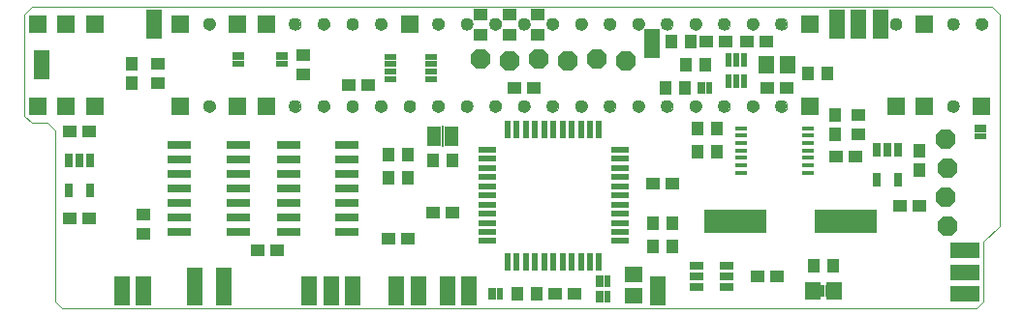
<source format=gts>
G75*
%MOIN*%
%OFA0B0*%
%FSLAX25Y25*%
%IPPOS*%
%LPD*%
%AMOC8*
5,1,8,0,0,1.08239X$1,22.5*
%
%ADD10C,0.00000*%
%ADD11R,0.04337X0.04731*%
%ADD12R,0.04731X0.04337*%
%ADD13OC8,0.06700*%
%ADD14R,0.05400X0.10400*%
%ADD15R,0.10400X0.05400*%
%ADD16R,0.03900X0.02400*%
%ADD17R,0.04300X0.00600*%
%ADD18R,0.05000X0.06700*%
%ADD19R,0.00600X0.07200*%
%ADD20R,0.08400X0.03000*%
%ADD21R,0.06306X0.02369*%
%ADD22R,0.02369X0.06306*%
%ADD23R,0.21400X0.08000*%
%ADD24R,0.04300X0.01600*%
%ADD25R,0.02565X0.05124*%
%ADD26R,0.04337X0.01975*%
%ADD27R,0.04731X0.02762*%
%ADD28R,0.02400X0.03900*%
%ADD29R,0.00600X0.04300*%
%ADD30R,0.06337X0.06337*%
%ADD31C,0.04337*%
%ADD32R,0.05518X0.06306*%
%ADD33R,0.01975X0.04534*%
%ADD34R,0.06306X0.05518*%
%ADD35R,0.05715X0.05715*%
D10*
X0013050Y0005500D02*
X0015550Y0003000D01*
X0330050Y0003000D01*
X0332550Y0005500D01*
X0332550Y0026000D01*
X0338050Y0031500D01*
X0338050Y0104500D01*
X0335550Y0107000D01*
X0005050Y0107000D01*
X0002550Y0104500D01*
X0002550Y0069500D01*
X0005050Y0067000D01*
X0010550Y0067000D01*
X0013050Y0064500D01*
X0013050Y0005500D01*
X0064156Y0072827D02*
X0064158Y0072915D01*
X0064164Y0073003D01*
X0064174Y0073091D01*
X0064188Y0073179D01*
X0064205Y0073265D01*
X0064227Y0073351D01*
X0064252Y0073435D01*
X0064282Y0073519D01*
X0064314Y0073601D01*
X0064351Y0073681D01*
X0064391Y0073760D01*
X0064435Y0073837D01*
X0064482Y0073912D01*
X0064532Y0073984D01*
X0064586Y0074055D01*
X0064642Y0074122D01*
X0064702Y0074188D01*
X0064764Y0074250D01*
X0064830Y0074310D01*
X0064897Y0074366D01*
X0064968Y0074420D01*
X0065040Y0074470D01*
X0065115Y0074517D01*
X0065192Y0074561D01*
X0065271Y0074601D01*
X0065351Y0074638D01*
X0065433Y0074670D01*
X0065517Y0074700D01*
X0065601Y0074725D01*
X0065687Y0074747D01*
X0065773Y0074764D01*
X0065861Y0074778D01*
X0065949Y0074788D01*
X0066037Y0074794D01*
X0066125Y0074796D01*
X0066213Y0074794D01*
X0066301Y0074788D01*
X0066389Y0074778D01*
X0066477Y0074764D01*
X0066563Y0074747D01*
X0066649Y0074725D01*
X0066733Y0074700D01*
X0066817Y0074670D01*
X0066899Y0074638D01*
X0066979Y0074601D01*
X0067058Y0074561D01*
X0067135Y0074517D01*
X0067210Y0074470D01*
X0067282Y0074420D01*
X0067353Y0074366D01*
X0067420Y0074310D01*
X0067486Y0074250D01*
X0067548Y0074188D01*
X0067608Y0074122D01*
X0067664Y0074055D01*
X0067718Y0073984D01*
X0067768Y0073912D01*
X0067815Y0073837D01*
X0067859Y0073760D01*
X0067899Y0073681D01*
X0067936Y0073601D01*
X0067968Y0073519D01*
X0067998Y0073435D01*
X0068023Y0073351D01*
X0068045Y0073265D01*
X0068062Y0073179D01*
X0068076Y0073091D01*
X0068086Y0073003D01*
X0068092Y0072915D01*
X0068094Y0072827D01*
X0068092Y0072739D01*
X0068086Y0072651D01*
X0068076Y0072563D01*
X0068062Y0072475D01*
X0068045Y0072389D01*
X0068023Y0072303D01*
X0067998Y0072219D01*
X0067968Y0072135D01*
X0067936Y0072053D01*
X0067899Y0071973D01*
X0067859Y0071894D01*
X0067815Y0071817D01*
X0067768Y0071742D01*
X0067718Y0071670D01*
X0067664Y0071599D01*
X0067608Y0071532D01*
X0067548Y0071466D01*
X0067486Y0071404D01*
X0067420Y0071344D01*
X0067353Y0071288D01*
X0067282Y0071234D01*
X0067210Y0071184D01*
X0067135Y0071137D01*
X0067058Y0071093D01*
X0066979Y0071053D01*
X0066899Y0071016D01*
X0066817Y0070984D01*
X0066733Y0070954D01*
X0066649Y0070929D01*
X0066563Y0070907D01*
X0066477Y0070890D01*
X0066389Y0070876D01*
X0066301Y0070866D01*
X0066213Y0070860D01*
X0066125Y0070858D01*
X0066037Y0070860D01*
X0065949Y0070866D01*
X0065861Y0070876D01*
X0065773Y0070890D01*
X0065687Y0070907D01*
X0065601Y0070929D01*
X0065517Y0070954D01*
X0065433Y0070984D01*
X0065351Y0071016D01*
X0065271Y0071053D01*
X0065192Y0071093D01*
X0065115Y0071137D01*
X0065040Y0071184D01*
X0064968Y0071234D01*
X0064897Y0071288D01*
X0064830Y0071344D01*
X0064764Y0071404D01*
X0064702Y0071466D01*
X0064642Y0071532D01*
X0064586Y0071599D01*
X0064532Y0071670D01*
X0064482Y0071742D01*
X0064435Y0071817D01*
X0064391Y0071894D01*
X0064351Y0071973D01*
X0064314Y0072053D01*
X0064282Y0072135D01*
X0064252Y0072219D01*
X0064227Y0072303D01*
X0064205Y0072389D01*
X0064188Y0072475D01*
X0064174Y0072563D01*
X0064164Y0072651D01*
X0064158Y0072739D01*
X0064156Y0072827D01*
X0093683Y0072827D02*
X0093685Y0072915D01*
X0093691Y0073003D01*
X0093701Y0073091D01*
X0093715Y0073179D01*
X0093732Y0073265D01*
X0093754Y0073351D01*
X0093779Y0073435D01*
X0093809Y0073519D01*
X0093841Y0073601D01*
X0093878Y0073681D01*
X0093918Y0073760D01*
X0093962Y0073837D01*
X0094009Y0073912D01*
X0094059Y0073984D01*
X0094113Y0074055D01*
X0094169Y0074122D01*
X0094229Y0074188D01*
X0094291Y0074250D01*
X0094357Y0074310D01*
X0094424Y0074366D01*
X0094495Y0074420D01*
X0094567Y0074470D01*
X0094642Y0074517D01*
X0094719Y0074561D01*
X0094798Y0074601D01*
X0094878Y0074638D01*
X0094960Y0074670D01*
X0095044Y0074700D01*
X0095128Y0074725D01*
X0095214Y0074747D01*
X0095300Y0074764D01*
X0095388Y0074778D01*
X0095476Y0074788D01*
X0095564Y0074794D01*
X0095652Y0074796D01*
X0095740Y0074794D01*
X0095828Y0074788D01*
X0095916Y0074778D01*
X0096004Y0074764D01*
X0096090Y0074747D01*
X0096176Y0074725D01*
X0096260Y0074700D01*
X0096344Y0074670D01*
X0096426Y0074638D01*
X0096506Y0074601D01*
X0096585Y0074561D01*
X0096662Y0074517D01*
X0096737Y0074470D01*
X0096809Y0074420D01*
X0096880Y0074366D01*
X0096947Y0074310D01*
X0097013Y0074250D01*
X0097075Y0074188D01*
X0097135Y0074122D01*
X0097191Y0074055D01*
X0097245Y0073984D01*
X0097295Y0073912D01*
X0097342Y0073837D01*
X0097386Y0073760D01*
X0097426Y0073681D01*
X0097463Y0073601D01*
X0097495Y0073519D01*
X0097525Y0073435D01*
X0097550Y0073351D01*
X0097572Y0073265D01*
X0097589Y0073179D01*
X0097603Y0073091D01*
X0097613Y0073003D01*
X0097619Y0072915D01*
X0097621Y0072827D01*
X0097619Y0072739D01*
X0097613Y0072651D01*
X0097603Y0072563D01*
X0097589Y0072475D01*
X0097572Y0072389D01*
X0097550Y0072303D01*
X0097525Y0072219D01*
X0097495Y0072135D01*
X0097463Y0072053D01*
X0097426Y0071973D01*
X0097386Y0071894D01*
X0097342Y0071817D01*
X0097295Y0071742D01*
X0097245Y0071670D01*
X0097191Y0071599D01*
X0097135Y0071532D01*
X0097075Y0071466D01*
X0097013Y0071404D01*
X0096947Y0071344D01*
X0096880Y0071288D01*
X0096809Y0071234D01*
X0096737Y0071184D01*
X0096662Y0071137D01*
X0096585Y0071093D01*
X0096506Y0071053D01*
X0096426Y0071016D01*
X0096344Y0070984D01*
X0096260Y0070954D01*
X0096176Y0070929D01*
X0096090Y0070907D01*
X0096004Y0070890D01*
X0095916Y0070876D01*
X0095828Y0070866D01*
X0095740Y0070860D01*
X0095652Y0070858D01*
X0095564Y0070860D01*
X0095476Y0070866D01*
X0095388Y0070876D01*
X0095300Y0070890D01*
X0095214Y0070907D01*
X0095128Y0070929D01*
X0095044Y0070954D01*
X0094960Y0070984D01*
X0094878Y0071016D01*
X0094798Y0071053D01*
X0094719Y0071093D01*
X0094642Y0071137D01*
X0094567Y0071184D01*
X0094495Y0071234D01*
X0094424Y0071288D01*
X0094357Y0071344D01*
X0094291Y0071404D01*
X0094229Y0071466D01*
X0094169Y0071532D01*
X0094113Y0071599D01*
X0094059Y0071670D01*
X0094009Y0071742D01*
X0093962Y0071817D01*
X0093918Y0071894D01*
X0093878Y0071973D01*
X0093841Y0072053D01*
X0093809Y0072135D01*
X0093779Y0072219D01*
X0093754Y0072303D01*
X0093732Y0072389D01*
X0093715Y0072475D01*
X0093701Y0072563D01*
X0093691Y0072651D01*
X0093685Y0072739D01*
X0093683Y0072827D01*
X0103526Y0072827D02*
X0103528Y0072915D01*
X0103534Y0073003D01*
X0103544Y0073091D01*
X0103558Y0073179D01*
X0103575Y0073265D01*
X0103597Y0073351D01*
X0103622Y0073435D01*
X0103652Y0073519D01*
X0103684Y0073601D01*
X0103721Y0073681D01*
X0103761Y0073760D01*
X0103805Y0073837D01*
X0103852Y0073912D01*
X0103902Y0073984D01*
X0103956Y0074055D01*
X0104012Y0074122D01*
X0104072Y0074188D01*
X0104134Y0074250D01*
X0104200Y0074310D01*
X0104267Y0074366D01*
X0104338Y0074420D01*
X0104410Y0074470D01*
X0104485Y0074517D01*
X0104562Y0074561D01*
X0104641Y0074601D01*
X0104721Y0074638D01*
X0104803Y0074670D01*
X0104887Y0074700D01*
X0104971Y0074725D01*
X0105057Y0074747D01*
X0105143Y0074764D01*
X0105231Y0074778D01*
X0105319Y0074788D01*
X0105407Y0074794D01*
X0105495Y0074796D01*
X0105583Y0074794D01*
X0105671Y0074788D01*
X0105759Y0074778D01*
X0105847Y0074764D01*
X0105933Y0074747D01*
X0106019Y0074725D01*
X0106103Y0074700D01*
X0106187Y0074670D01*
X0106269Y0074638D01*
X0106349Y0074601D01*
X0106428Y0074561D01*
X0106505Y0074517D01*
X0106580Y0074470D01*
X0106652Y0074420D01*
X0106723Y0074366D01*
X0106790Y0074310D01*
X0106856Y0074250D01*
X0106918Y0074188D01*
X0106978Y0074122D01*
X0107034Y0074055D01*
X0107088Y0073984D01*
X0107138Y0073912D01*
X0107185Y0073837D01*
X0107229Y0073760D01*
X0107269Y0073681D01*
X0107306Y0073601D01*
X0107338Y0073519D01*
X0107368Y0073435D01*
X0107393Y0073351D01*
X0107415Y0073265D01*
X0107432Y0073179D01*
X0107446Y0073091D01*
X0107456Y0073003D01*
X0107462Y0072915D01*
X0107464Y0072827D01*
X0107462Y0072739D01*
X0107456Y0072651D01*
X0107446Y0072563D01*
X0107432Y0072475D01*
X0107415Y0072389D01*
X0107393Y0072303D01*
X0107368Y0072219D01*
X0107338Y0072135D01*
X0107306Y0072053D01*
X0107269Y0071973D01*
X0107229Y0071894D01*
X0107185Y0071817D01*
X0107138Y0071742D01*
X0107088Y0071670D01*
X0107034Y0071599D01*
X0106978Y0071532D01*
X0106918Y0071466D01*
X0106856Y0071404D01*
X0106790Y0071344D01*
X0106723Y0071288D01*
X0106652Y0071234D01*
X0106580Y0071184D01*
X0106505Y0071137D01*
X0106428Y0071093D01*
X0106349Y0071053D01*
X0106269Y0071016D01*
X0106187Y0070984D01*
X0106103Y0070954D01*
X0106019Y0070929D01*
X0105933Y0070907D01*
X0105847Y0070890D01*
X0105759Y0070876D01*
X0105671Y0070866D01*
X0105583Y0070860D01*
X0105495Y0070858D01*
X0105407Y0070860D01*
X0105319Y0070866D01*
X0105231Y0070876D01*
X0105143Y0070890D01*
X0105057Y0070907D01*
X0104971Y0070929D01*
X0104887Y0070954D01*
X0104803Y0070984D01*
X0104721Y0071016D01*
X0104641Y0071053D01*
X0104562Y0071093D01*
X0104485Y0071137D01*
X0104410Y0071184D01*
X0104338Y0071234D01*
X0104267Y0071288D01*
X0104200Y0071344D01*
X0104134Y0071404D01*
X0104072Y0071466D01*
X0104012Y0071532D01*
X0103956Y0071599D01*
X0103902Y0071670D01*
X0103852Y0071742D01*
X0103805Y0071817D01*
X0103761Y0071894D01*
X0103721Y0071973D01*
X0103684Y0072053D01*
X0103652Y0072135D01*
X0103622Y0072219D01*
X0103597Y0072303D01*
X0103575Y0072389D01*
X0103558Y0072475D01*
X0103544Y0072563D01*
X0103534Y0072651D01*
X0103528Y0072739D01*
X0103526Y0072827D01*
X0113368Y0072827D02*
X0113370Y0072915D01*
X0113376Y0073003D01*
X0113386Y0073091D01*
X0113400Y0073179D01*
X0113417Y0073265D01*
X0113439Y0073351D01*
X0113464Y0073435D01*
X0113494Y0073519D01*
X0113526Y0073601D01*
X0113563Y0073681D01*
X0113603Y0073760D01*
X0113647Y0073837D01*
X0113694Y0073912D01*
X0113744Y0073984D01*
X0113798Y0074055D01*
X0113854Y0074122D01*
X0113914Y0074188D01*
X0113976Y0074250D01*
X0114042Y0074310D01*
X0114109Y0074366D01*
X0114180Y0074420D01*
X0114252Y0074470D01*
X0114327Y0074517D01*
X0114404Y0074561D01*
X0114483Y0074601D01*
X0114563Y0074638D01*
X0114645Y0074670D01*
X0114729Y0074700D01*
X0114813Y0074725D01*
X0114899Y0074747D01*
X0114985Y0074764D01*
X0115073Y0074778D01*
X0115161Y0074788D01*
X0115249Y0074794D01*
X0115337Y0074796D01*
X0115425Y0074794D01*
X0115513Y0074788D01*
X0115601Y0074778D01*
X0115689Y0074764D01*
X0115775Y0074747D01*
X0115861Y0074725D01*
X0115945Y0074700D01*
X0116029Y0074670D01*
X0116111Y0074638D01*
X0116191Y0074601D01*
X0116270Y0074561D01*
X0116347Y0074517D01*
X0116422Y0074470D01*
X0116494Y0074420D01*
X0116565Y0074366D01*
X0116632Y0074310D01*
X0116698Y0074250D01*
X0116760Y0074188D01*
X0116820Y0074122D01*
X0116876Y0074055D01*
X0116930Y0073984D01*
X0116980Y0073912D01*
X0117027Y0073837D01*
X0117071Y0073760D01*
X0117111Y0073681D01*
X0117148Y0073601D01*
X0117180Y0073519D01*
X0117210Y0073435D01*
X0117235Y0073351D01*
X0117257Y0073265D01*
X0117274Y0073179D01*
X0117288Y0073091D01*
X0117298Y0073003D01*
X0117304Y0072915D01*
X0117306Y0072827D01*
X0117304Y0072739D01*
X0117298Y0072651D01*
X0117288Y0072563D01*
X0117274Y0072475D01*
X0117257Y0072389D01*
X0117235Y0072303D01*
X0117210Y0072219D01*
X0117180Y0072135D01*
X0117148Y0072053D01*
X0117111Y0071973D01*
X0117071Y0071894D01*
X0117027Y0071817D01*
X0116980Y0071742D01*
X0116930Y0071670D01*
X0116876Y0071599D01*
X0116820Y0071532D01*
X0116760Y0071466D01*
X0116698Y0071404D01*
X0116632Y0071344D01*
X0116565Y0071288D01*
X0116494Y0071234D01*
X0116422Y0071184D01*
X0116347Y0071137D01*
X0116270Y0071093D01*
X0116191Y0071053D01*
X0116111Y0071016D01*
X0116029Y0070984D01*
X0115945Y0070954D01*
X0115861Y0070929D01*
X0115775Y0070907D01*
X0115689Y0070890D01*
X0115601Y0070876D01*
X0115513Y0070866D01*
X0115425Y0070860D01*
X0115337Y0070858D01*
X0115249Y0070860D01*
X0115161Y0070866D01*
X0115073Y0070876D01*
X0114985Y0070890D01*
X0114899Y0070907D01*
X0114813Y0070929D01*
X0114729Y0070954D01*
X0114645Y0070984D01*
X0114563Y0071016D01*
X0114483Y0071053D01*
X0114404Y0071093D01*
X0114327Y0071137D01*
X0114252Y0071184D01*
X0114180Y0071234D01*
X0114109Y0071288D01*
X0114042Y0071344D01*
X0113976Y0071404D01*
X0113914Y0071466D01*
X0113854Y0071532D01*
X0113798Y0071599D01*
X0113744Y0071670D01*
X0113694Y0071742D01*
X0113647Y0071817D01*
X0113603Y0071894D01*
X0113563Y0071973D01*
X0113526Y0072053D01*
X0113494Y0072135D01*
X0113464Y0072219D01*
X0113439Y0072303D01*
X0113417Y0072389D01*
X0113400Y0072475D01*
X0113386Y0072563D01*
X0113376Y0072651D01*
X0113370Y0072739D01*
X0113368Y0072827D01*
X0123211Y0072827D02*
X0123213Y0072915D01*
X0123219Y0073003D01*
X0123229Y0073091D01*
X0123243Y0073179D01*
X0123260Y0073265D01*
X0123282Y0073351D01*
X0123307Y0073435D01*
X0123337Y0073519D01*
X0123369Y0073601D01*
X0123406Y0073681D01*
X0123446Y0073760D01*
X0123490Y0073837D01*
X0123537Y0073912D01*
X0123587Y0073984D01*
X0123641Y0074055D01*
X0123697Y0074122D01*
X0123757Y0074188D01*
X0123819Y0074250D01*
X0123885Y0074310D01*
X0123952Y0074366D01*
X0124023Y0074420D01*
X0124095Y0074470D01*
X0124170Y0074517D01*
X0124247Y0074561D01*
X0124326Y0074601D01*
X0124406Y0074638D01*
X0124488Y0074670D01*
X0124572Y0074700D01*
X0124656Y0074725D01*
X0124742Y0074747D01*
X0124828Y0074764D01*
X0124916Y0074778D01*
X0125004Y0074788D01*
X0125092Y0074794D01*
X0125180Y0074796D01*
X0125268Y0074794D01*
X0125356Y0074788D01*
X0125444Y0074778D01*
X0125532Y0074764D01*
X0125618Y0074747D01*
X0125704Y0074725D01*
X0125788Y0074700D01*
X0125872Y0074670D01*
X0125954Y0074638D01*
X0126034Y0074601D01*
X0126113Y0074561D01*
X0126190Y0074517D01*
X0126265Y0074470D01*
X0126337Y0074420D01*
X0126408Y0074366D01*
X0126475Y0074310D01*
X0126541Y0074250D01*
X0126603Y0074188D01*
X0126663Y0074122D01*
X0126719Y0074055D01*
X0126773Y0073984D01*
X0126823Y0073912D01*
X0126870Y0073837D01*
X0126914Y0073760D01*
X0126954Y0073681D01*
X0126991Y0073601D01*
X0127023Y0073519D01*
X0127053Y0073435D01*
X0127078Y0073351D01*
X0127100Y0073265D01*
X0127117Y0073179D01*
X0127131Y0073091D01*
X0127141Y0073003D01*
X0127147Y0072915D01*
X0127149Y0072827D01*
X0127147Y0072739D01*
X0127141Y0072651D01*
X0127131Y0072563D01*
X0127117Y0072475D01*
X0127100Y0072389D01*
X0127078Y0072303D01*
X0127053Y0072219D01*
X0127023Y0072135D01*
X0126991Y0072053D01*
X0126954Y0071973D01*
X0126914Y0071894D01*
X0126870Y0071817D01*
X0126823Y0071742D01*
X0126773Y0071670D01*
X0126719Y0071599D01*
X0126663Y0071532D01*
X0126603Y0071466D01*
X0126541Y0071404D01*
X0126475Y0071344D01*
X0126408Y0071288D01*
X0126337Y0071234D01*
X0126265Y0071184D01*
X0126190Y0071137D01*
X0126113Y0071093D01*
X0126034Y0071053D01*
X0125954Y0071016D01*
X0125872Y0070984D01*
X0125788Y0070954D01*
X0125704Y0070929D01*
X0125618Y0070907D01*
X0125532Y0070890D01*
X0125444Y0070876D01*
X0125356Y0070866D01*
X0125268Y0070860D01*
X0125180Y0070858D01*
X0125092Y0070860D01*
X0125004Y0070866D01*
X0124916Y0070876D01*
X0124828Y0070890D01*
X0124742Y0070907D01*
X0124656Y0070929D01*
X0124572Y0070954D01*
X0124488Y0070984D01*
X0124406Y0071016D01*
X0124326Y0071053D01*
X0124247Y0071093D01*
X0124170Y0071137D01*
X0124095Y0071184D01*
X0124023Y0071234D01*
X0123952Y0071288D01*
X0123885Y0071344D01*
X0123819Y0071404D01*
X0123757Y0071466D01*
X0123697Y0071532D01*
X0123641Y0071599D01*
X0123587Y0071670D01*
X0123537Y0071742D01*
X0123490Y0071817D01*
X0123446Y0071894D01*
X0123406Y0071973D01*
X0123369Y0072053D01*
X0123337Y0072135D01*
X0123307Y0072219D01*
X0123282Y0072303D01*
X0123260Y0072389D01*
X0123243Y0072475D01*
X0123229Y0072563D01*
X0123219Y0072651D01*
X0123213Y0072739D01*
X0123211Y0072827D01*
X0133053Y0072827D02*
X0133055Y0072915D01*
X0133061Y0073003D01*
X0133071Y0073091D01*
X0133085Y0073179D01*
X0133102Y0073265D01*
X0133124Y0073351D01*
X0133149Y0073435D01*
X0133179Y0073519D01*
X0133211Y0073601D01*
X0133248Y0073681D01*
X0133288Y0073760D01*
X0133332Y0073837D01*
X0133379Y0073912D01*
X0133429Y0073984D01*
X0133483Y0074055D01*
X0133539Y0074122D01*
X0133599Y0074188D01*
X0133661Y0074250D01*
X0133727Y0074310D01*
X0133794Y0074366D01*
X0133865Y0074420D01*
X0133937Y0074470D01*
X0134012Y0074517D01*
X0134089Y0074561D01*
X0134168Y0074601D01*
X0134248Y0074638D01*
X0134330Y0074670D01*
X0134414Y0074700D01*
X0134498Y0074725D01*
X0134584Y0074747D01*
X0134670Y0074764D01*
X0134758Y0074778D01*
X0134846Y0074788D01*
X0134934Y0074794D01*
X0135022Y0074796D01*
X0135110Y0074794D01*
X0135198Y0074788D01*
X0135286Y0074778D01*
X0135374Y0074764D01*
X0135460Y0074747D01*
X0135546Y0074725D01*
X0135630Y0074700D01*
X0135714Y0074670D01*
X0135796Y0074638D01*
X0135876Y0074601D01*
X0135955Y0074561D01*
X0136032Y0074517D01*
X0136107Y0074470D01*
X0136179Y0074420D01*
X0136250Y0074366D01*
X0136317Y0074310D01*
X0136383Y0074250D01*
X0136445Y0074188D01*
X0136505Y0074122D01*
X0136561Y0074055D01*
X0136615Y0073984D01*
X0136665Y0073912D01*
X0136712Y0073837D01*
X0136756Y0073760D01*
X0136796Y0073681D01*
X0136833Y0073601D01*
X0136865Y0073519D01*
X0136895Y0073435D01*
X0136920Y0073351D01*
X0136942Y0073265D01*
X0136959Y0073179D01*
X0136973Y0073091D01*
X0136983Y0073003D01*
X0136989Y0072915D01*
X0136991Y0072827D01*
X0136989Y0072739D01*
X0136983Y0072651D01*
X0136973Y0072563D01*
X0136959Y0072475D01*
X0136942Y0072389D01*
X0136920Y0072303D01*
X0136895Y0072219D01*
X0136865Y0072135D01*
X0136833Y0072053D01*
X0136796Y0071973D01*
X0136756Y0071894D01*
X0136712Y0071817D01*
X0136665Y0071742D01*
X0136615Y0071670D01*
X0136561Y0071599D01*
X0136505Y0071532D01*
X0136445Y0071466D01*
X0136383Y0071404D01*
X0136317Y0071344D01*
X0136250Y0071288D01*
X0136179Y0071234D01*
X0136107Y0071184D01*
X0136032Y0071137D01*
X0135955Y0071093D01*
X0135876Y0071053D01*
X0135796Y0071016D01*
X0135714Y0070984D01*
X0135630Y0070954D01*
X0135546Y0070929D01*
X0135460Y0070907D01*
X0135374Y0070890D01*
X0135286Y0070876D01*
X0135198Y0070866D01*
X0135110Y0070860D01*
X0135022Y0070858D01*
X0134934Y0070860D01*
X0134846Y0070866D01*
X0134758Y0070876D01*
X0134670Y0070890D01*
X0134584Y0070907D01*
X0134498Y0070929D01*
X0134414Y0070954D01*
X0134330Y0070984D01*
X0134248Y0071016D01*
X0134168Y0071053D01*
X0134089Y0071093D01*
X0134012Y0071137D01*
X0133937Y0071184D01*
X0133865Y0071234D01*
X0133794Y0071288D01*
X0133727Y0071344D01*
X0133661Y0071404D01*
X0133599Y0071466D01*
X0133539Y0071532D01*
X0133483Y0071599D01*
X0133429Y0071670D01*
X0133379Y0071742D01*
X0133332Y0071817D01*
X0133288Y0071894D01*
X0133248Y0071973D01*
X0133211Y0072053D01*
X0133179Y0072135D01*
X0133149Y0072219D01*
X0133124Y0072303D01*
X0133102Y0072389D01*
X0133085Y0072475D01*
X0133071Y0072563D01*
X0133061Y0072651D01*
X0133055Y0072739D01*
X0133053Y0072827D01*
X0142896Y0072827D02*
X0142898Y0072915D01*
X0142904Y0073003D01*
X0142914Y0073091D01*
X0142928Y0073179D01*
X0142945Y0073265D01*
X0142967Y0073351D01*
X0142992Y0073435D01*
X0143022Y0073519D01*
X0143054Y0073601D01*
X0143091Y0073681D01*
X0143131Y0073760D01*
X0143175Y0073837D01*
X0143222Y0073912D01*
X0143272Y0073984D01*
X0143326Y0074055D01*
X0143382Y0074122D01*
X0143442Y0074188D01*
X0143504Y0074250D01*
X0143570Y0074310D01*
X0143637Y0074366D01*
X0143708Y0074420D01*
X0143780Y0074470D01*
X0143855Y0074517D01*
X0143932Y0074561D01*
X0144011Y0074601D01*
X0144091Y0074638D01*
X0144173Y0074670D01*
X0144257Y0074700D01*
X0144341Y0074725D01*
X0144427Y0074747D01*
X0144513Y0074764D01*
X0144601Y0074778D01*
X0144689Y0074788D01*
X0144777Y0074794D01*
X0144865Y0074796D01*
X0144953Y0074794D01*
X0145041Y0074788D01*
X0145129Y0074778D01*
X0145217Y0074764D01*
X0145303Y0074747D01*
X0145389Y0074725D01*
X0145473Y0074700D01*
X0145557Y0074670D01*
X0145639Y0074638D01*
X0145719Y0074601D01*
X0145798Y0074561D01*
X0145875Y0074517D01*
X0145950Y0074470D01*
X0146022Y0074420D01*
X0146093Y0074366D01*
X0146160Y0074310D01*
X0146226Y0074250D01*
X0146288Y0074188D01*
X0146348Y0074122D01*
X0146404Y0074055D01*
X0146458Y0073984D01*
X0146508Y0073912D01*
X0146555Y0073837D01*
X0146599Y0073760D01*
X0146639Y0073681D01*
X0146676Y0073601D01*
X0146708Y0073519D01*
X0146738Y0073435D01*
X0146763Y0073351D01*
X0146785Y0073265D01*
X0146802Y0073179D01*
X0146816Y0073091D01*
X0146826Y0073003D01*
X0146832Y0072915D01*
X0146834Y0072827D01*
X0146832Y0072739D01*
X0146826Y0072651D01*
X0146816Y0072563D01*
X0146802Y0072475D01*
X0146785Y0072389D01*
X0146763Y0072303D01*
X0146738Y0072219D01*
X0146708Y0072135D01*
X0146676Y0072053D01*
X0146639Y0071973D01*
X0146599Y0071894D01*
X0146555Y0071817D01*
X0146508Y0071742D01*
X0146458Y0071670D01*
X0146404Y0071599D01*
X0146348Y0071532D01*
X0146288Y0071466D01*
X0146226Y0071404D01*
X0146160Y0071344D01*
X0146093Y0071288D01*
X0146022Y0071234D01*
X0145950Y0071184D01*
X0145875Y0071137D01*
X0145798Y0071093D01*
X0145719Y0071053D01*
X0145639Y0071016D01*
X0145557Y0070984D01*
X0145473Y0070954D01*
X0145389Y0070929D01*
X0145303Y0070907D01*
X0145217Y0070890D01*
X0145129Y0070876D01*
X0145041Y0070866D01*
X0144953Y0070860D01*
X0144865Y0070858D01*
X0144777Y0070860D01*
X0144689Y0070866D01*
X0144601Y0070876D01*
X0144513Y0070890D01*
X0144427Y0070907D01*
X0144341Y0070929D01*
X0144257Y0070954D01*
X0144173Y0070984D01*
X0144091Y0071016D01*
X0144011Y0071053D01*
X0143932Y0071093D01*
X0143855Y0071137D01*
X0143780Y0071184D01*
X0143708Y0071234D01*
X0143637Y0071288D01*
X0143570Y0071344D01*
X0143504Y0071404D01*
X0143442Y0071466D01*
X0143382Y0071532D01*
X0143326Y0071599D01*
X0143272Y0071670D01*
X0143222Y0071742D01*
X0143175Y0071817D01*
X0143131Y0071894D01*
X0143091Y0071973D01*
X0143054Y0072053D01*
X0143022Y0072135D01*
X0142992Y0072219D01*
X0142967Y0072303D01*
X0142945Y0072389D01*
X0142928Y0072475D01*
X0142914Y0072563D01*
X0142904Y0072651D01*
X0142898Y0072739D01*
X0142896Y0072827D01*
X0152738Y0072827D02*
X0152740Y0072915D01*
X0152746Y0073003D01*
X0152756Y0073091D01*
X0152770Y0073179D01*
X0152787Y0073265D01*
X0152809Y0073351D01*
X0152834Y0073435D01*
X0152864Y0073519D01*
X0152896Y0073601D01*
X0152933Y0073681D01*
X0152973Y0073760D01*
X0153017Y0073837D01*
X0153064Y0073912D01*
X0153114Y0073984D01*
X0153168Y0074055D01*
X0153224Y0074122D01*
X0153284Y0074188D01*
X0153346Y0074250D01*
X0153412Y0074310D01*
X0153479Y0074366D01*
X0153550Y0074420D01*
X0153622Y0074470D01*
X0153697Y0074517D01*
X0153774Y0074561D01*
X0153853Y0074601D01*
X0153933Y0074638D01*
X0154015Y0074670D01*
X0154099Y0074700D01*
X0154183Y0074725D01*
X0154269Y0074747D01*
X0154355Y0074764D01*
X0154443Y0074778D01*
X0154531Y0074788D01*
X0154619Y0074794D01*
X0154707Y0074796D01*
X0154795Y0074794D01*
X0154883Y0074788D01*
X0154971Y0074778D01*
X0155059Y0074764D01*
X0155145Y0074747D01*
X0155231Y0074725D01*
X0155315Y0074700D01*
X0155399Y0074670D01*
X0155481Y0074638D01*
X0155561Y0074601D01*
X0155640Y0074561D01*
X0155717Y0074517D01*
X0155792Y0074470D01*
X0155864Y0074420D01*
X0155935Y0074366D01*
X0156002Y0074310D01*
X0156068Y0074250D01*
X0156130Y0074188D01*
X0156190Y0074122D01*
X0156246Y0074055D01*
X0156300Y0073984D01*
X0156350Y0073912D01*
X0156397Y0073837D01*
X0156441Y0073760D01*
X0156481Y0073681D01*
X0156518Y0073601D01*
X0156550Y0073519D01*
X0156580Y0073435D01*
X0156605Y0073351D01*
X0156627Y0073265D01*
X0156644Y0073179D01*
X0156658Y0073091D01*
X0156668Y0073003D01*
X0156674Y0072915D01*
X0156676Y0072827D01*
X0156674Y0072739D01*
X0156668Y0072651D01*
X0156658Y0072563D01*
X0156644Y0072475D01*
X0156627Y0072389D01*
X0156605Y0072303D01*
X0156580Y0072219D01*
X0156550Y0072135D01*
X0156518Y0072053D01*
X0156481Y0071973D01*
X0156441Y0071894D01*
X0156397Y0071817D01*
X0156350Y0071742D01*
X0156300Y0071670D01*
X0156246Y0071599D01*
X0156190Y0071532D01*
X0156130Y0071466D01*
X0156068Y0071404D01*
X0156002Y0071344D01*
X0155935Y0071288D01*
X0155864Y0071234D01*
X0155792Y0071184D01*
X0155717Y0071137D01*
X0155640Y0071093D01*
X0155561Y0071053D01*
X0155481Y0071016D01*
X0155399Y0070984D01*
X0155315Y0070954D01*
X0155231Y0070929D01*
X0155145Y0070907D01*
X0155059Y0070890D01*
X0154971Y0070876D01*
X0154883Y0070866D01*
X0154795Y0070860D01*
X0154707Y0070858D01*
X0154619Y0070860D01*
X0154531Y0070866D01*
X0154443Y0070876D01*
X0154355Y0070890D01*
X0154269Y0070907D01*
X0154183Y0070929D01*
X0154099Y0070954D01*
X0154015Y0070984D01*
X0153933Y0071016D01*
X0153853Y0071053D01*
X0153774Y0071093D01*
X0153697Y0071137D01*
X0153622Y0071184D01*
X0153550Y0071234D01*
X0153479Y0071288D01*
X0153412Y0071344D01*
X0153346Y0071404D01*
X0153284Y0071466D01*
X0153224Y0071532D01*
X0153168Y0071599D01*
X0153114Y0071670D01*
X0153064Y0071742D01*
X0153017Y0071817D01*
X0152973Y0071894D01*
X0152933Y0071973D01*
X0152896Y0072053D01*
X0152864Y0072135D01*
X0152834Y0072219D01*
X0152809Y0072303D01*
X0152787Y0072389D01*
X0152770Y0072475D01*
X0152756Y0072563D01*
X0152746Y0072651D01*
X0152740Y0072739D01*
X0152738Y0072827D01*
X0162581Y0072827D02*
X0162583Y0072915D01*
X0162589Y0073003D01*
X0162599Y0073091D01*
X0162613Y0073179D01*
X0162630Y0073265D01*
X0162652Y0073351D01*
X0162677Y0073435D01*
X0162707Y0073519D01*
X0162739Y0073601D01*
X0162776Y0073681D01*
X0162816Y0073760D01*
X0162860Y0073837D01*
X0162907Y0073912D01*
X0162957Y0073984D01*
X0163011Y0074055D01*
X0163067Y0074122D01*
X0163127Y0074188D01*
X0163189Y0074250D01*
X0163255Y0074310D01*
X0163322Y0074366D01*
X0163393Y0074420D01*
X0163465Y0074470D01*
X0163540Y0074517D01*
X0163617Y0074561D01*
X0163696Y0074601D01*
X0163776Y0074638D01*
X0163858Y0074670D01*
X0163942Y0074700D01*
X0164026Y0074725D01*
X0164112Y0074747D01*
X0164198Y0074764D01*
X0164286Y0074778D01*
X0164374Y0074788D01*
X0164462Y0074794D01*
X0164550Y0074796D01*
X0164638Y0074794D01*
X0164726Y0074788D01*
X0164814Y0074778D01*
X0164902Y0074764D01*
X0164988Y0074747D01*
X0165074Y0074725D01*
X0165158Y0074700D01*
X0165242Y0074670D01*
X0165324Y0074638D01*
X0165404Y0074601D01*
X0165483Y0074561D01*
X0165560Y0074517D01*
X0165635Y0074470D01*
X0165707Y0074420D01*
X0165778Y0074366D01*
X0165845Y0074310D01*
X0165911Y0074250D01*
X0165973Y0074188D01*
X0166033Y0074122D01*
X0166089Y0074055D01*
X0166143Y0073984D01*
X0166193Y0073912D01*
X0166240Y0073837D01*
X0166284Y0073760D01*
X0166324Y0073681D01*
X0166361Y0073601D01*
X0166393Y0073519D01*
X0166423Y0073435D01*
X0166448Y0073351D01*
X0166470Y0073265D01*
X0166487Y0073179D01*
X0166501Y0073091D01*
X0166511Y0073003D01*
X0166517Y0072915D01*
X0166519Y0072827D01*
X0166517Y0072739D01*
X0166511Y0072651D01*
X0166501Y0072563D01*
X0166487Y0072475D01*
X0166470Y0072389D01*
X0166448Y0072303D01*
X0166423Y0072219D01*
X0166393Y0072135D01*
X0166361Y0072053D01*
X0166324Y0071973D01*
X0166284Y0071894D01*
X0166240Y0071817D01*
X0166193Y0071742D01*
X0166143Y0071670D01*
X0166089Y0071599D01*
X0166033Y0071532D01*
X0165973Y0071466D01*
X0165911Y0071404D01*
X0165845Y0071344D01*
X0165778Y0071288D01*
X0165707Y0071234D01*
X0165635Y0071184D01*
X0165560Y0071137D01*
X0165483Y0071093D01*
X0165404Y0071053D01*
X0165324Y0071016D01*
X0165242Y0070984D01*
X0165158Y0070954D01*
X0165074Y0070929D01*
X0164988Y0070907D01*
X0164902Y0070890D01*
X0164814Y0070876D01*
X0164726Y0070866D01*
X0164638Y0070860D01*
X0164550Y0070858D01*
X0164462Y0070860D01*
X0164374Y0070866D01*
X0164286Y0070876D01*
X0164198Y0070890D01*
X0164112Y0070907D01*
X0164026Y0070929D01*
X0163942Y0070954D01*
X0163858Y0070984D01*
X0163776Y0071016D01*
X0163696Y0071053D01*
X0163617Y0071093D01*
X0163540Y0071137D01*
X0163465Y0071184D01*
X0163393Y0071234D01*
X0163322Y0071288D01*
X0163255Y0071344D01*
X0163189Y0071404D01*
X0163127Y0071466D01*
X0163067Y0071532D01*
X0163011Y0071599D01*
X0162957Y0071670D01*
X0162907Y0071742D01*
X0162860Y0071817D01*
X0162816Y0071894D01*
X0162776Y0071973D01*
X0162739Y0072053D01*
X0162707Y0072135D01*
X0162677Y0072219D01*
X0162652Y0072303D01*
X0162630Y0072389D01*
X0162613Y0072475D01*
X0162599Y0072563D01*
X0162589Y0072651D01*
X0162583Y0072739D01*
X0162581Y0072827D01*
X0172424Y0072827D02*
X0172426Y0072915D01*
X0172432Y0073003D01*
X0172442Y0073091D01*
X0172456Y0073179D01*
X0172473Y0073265D01*
X0172495Y0073351D01*
X0172520Y0073435D01*
X0172550Y0073519D01*
X0172582Y0073601D01*
X0172619Y0073681D01*
X0172659Y0073760D01*
X0172703Y0073837D01*
X0172750Y0073912D01*
X0172800Y0073984D01*
X0172854Y0074055D01*
X0172910Y0074122D01*
X0172970Y0074188D01*
X0173032Y0074250D01*
X0173098Y0074310D01*
X0173165Y0074366D01*
X0173236Y0074420D01*
X0173308Y0074470D01*
X0173383Y0074517D01*
X0173460Y0074561D01*
X0173539Y0074601D01*
X0173619Y0074638D01*
X0173701Y0074670D01*
X0173785Y0074700D01*
X0173869Y0074725D01*
X0173955Y0074747D01*
X0174041Y0074764D01*
X0174129Y0074778D01*
X0174217Y0074788D01*
X0174305Y0074794D01*
X0174393Y0074796D01*
X0174481Y0074794D01*
X0174569Y0074788D01*
X0174657Y0074778D01*
X0174745Y0074764D01*
X0174831Y0074747D01*
X0174917Y0074725D01*
X0175001Y0074700D01*
X0175085Y0074670D01*
X0175167Y0074638D01*
X0175247Y0074601D01*
X0175326Y0074561D01*
X0175403Y0074517D01*
X0175478Y0074470D01*
X0175550Y0074420D01*
X0175621Y0074366D01*
X0175688Y0074310D01*
X0175754Y0074250D01*
X0175816Y0074188D01*
X0175876Y0074122D01*
X0175932Y0074055D01*
X0175986Y0073984D01*
X0176036Y0073912D01*
X0176083Y0073837D01*
X0176127Y0073760D01*
X0176167Y0073681D01*
X0176204Y0073601D01*
X0176236Y0073519D01*
X0176266Y0073435D01*
X0176291Y0073351D01*
X0176313Y0073265D01*
X0176330Y0073179D01*
X0176344Y0073091D01*
X0176354Y0073003D01*
X0176360Y0072915D01*
X0176362Y0072827D01*
X0176360Y0072739D01*
X0176354Y0072651D01*
X0176344Y0072563D01*
X0176330Y0072475D01*
X0176313Y0072389D01*
X0176291Y0072303D01*
X0176266Y0072219D01*
X0176236Y0072135D01*
X0176204Y0072053D01*
X0176167Y0071973D01*
X0176127Y0071894D01*
X0176083Y0071817D01*
X0176036Y0071742D01*
X0175986Y0071670D01*
X0175932Y0071599D01*
X0175876Y0071532D01*
X0175816Y0071466D01*
X0175754Y0071404D01*
X0175688Y0071344D01*
X0175621Y0071288D01*
X0175550Y0071234D01*
X0175478Y0071184D01*
X0175403Y0071137D01*
X0175326Y0071093D01*
X0175247Y0071053D01*
X0175167Y0071016D01*
X0175085Y0070984D01*
X0175001Y0070954D01*
X0174917Y0070929D01*
X0174831Y0070907D01*
X0174745Y0070890D01*
X0174657Y0070876D01*
X0174569Y0070866D01*
X0174481Y0070860D01*
X0174393Y0070858D01*
X0174305Y0070860D01*
X0174217Y0070866D01*
X0174129Y0070876D01*
X0174041Y0070890D01*
X0173955Y0070907D01*
X0173869Y0070929D01*
X0173785Y0070954D01*
X0173701Y0070984D01*
X0173619Y0071016D01*
X0173539Y0071053D01*
X0173460Y0071093D01*
X0173383Y0071137D01*
X0173308Y0071184D01*
X0173236Y0071234D01*
X0173165Y0071288D01*
X0173098Y0071344D01*
X0173032Y0071404D01*
X0172970Y0071466D01*
X0172910Y0071532D01*
X0172854Y0071599D01*
X0172800Y0071670D01*
X0172750Y0071742D01*
X0172703Y0071817D01*
X0172659Y0071894D01*
X0172619Y0071973D01*
X0172582Y0072053D01*
X0172550Y0072135D01*
X0172520Y0072219D01*
X0172495Y0072303D01*
X0172473Y0072389D01*
X0172456Y0072475D01*
X0172442Y0072563D01*
X0172432Y0072651D01*
X0172426Y0072739D01*
X0172424Y0072827D01*
X0182266Y0072827D02*
X0182268Y0072915D01*
X0182274Y0073003D01*
X0182284Y0073091D01*
X0182298Y0073179D01*
X0182315Y0073265D01*
X0182337Y0073351D01*
X0182362Y0073435D01*
X0182392Y0073519D01*
X0182424Y0073601D01*
X0182461Y0073681D01*
X0182501Y0073760D01*
X0182545Y0073837D01*
X0182592Y0073912D01*
X0182642Y0073984D01*
X0182696Y0074055D01*
X0182752Y0074122D01*
X0182812Y0074188D01*
X0182874Y0074250D01*
X0182940Y0074310D01*
X0183007Y0074366D01*
X0183078Y0074420D01*
X0183150Y0074470D01*
X0183225Y0074517D01*
X0183302Y0074561D01*
X0183381Y0074601D01*
X0183461Y0074638D01*
X0183543Y0074670D01*
X0183627Y0074700D01*
X0183711Y0074725D01*
X0183797Y0074747D01*
X0183883Y0074764D01*
X0183971Y0074778D01*
X0184059Y0074788D01*
X0184147Y0074794D01*
X0184235Y0074796D01*
X0184323Y0074794D01*
X0184411Y0074788D01*
X0184499Y0074778D01*
X0184587Y0074764D01*
X0184673Y0074747D01*
X0184759Y0074725D01*
X0184843Y0074700D01*
X0184927Y0074670D01*
X0185009Y0074638D01*
X0185089Y0074601D01*
X0185168Y0074561D01*
X0185245Y0074517D01*
X0185320Y0074470D01*
X0185392Y0074420D01*
X0185463Y0074366D01*
X0185530Y0074310D01*
X0185596Y0074250D01*
X0185658Y0074188D01*
X0185718Y0074122D01*
X0185774Y0074055D01*
X0185828Y0073984D01*
X0185878Y0073912D01*
X0185925Y0073837D01*
X0185969Y0073760D01*
X0186009Y0073681D01*
X0186046Y0073601D01*
X0186078Y0073519D01*
X0186108Y0073435D01*
X0186133Y0073351D01*
X0186155Y0073265D01*
X0186172Y0073179D01*
X0186186Y0073091D01*
X0186196Y0073003D01*
X0186202Y0072915D01*
X0186204Y0072827D01*
X0186202Y0072739D01*
X0186196Y0072651D01*
X0186186Y0072563D01*
X0186172Y0072475D01*
X0186155Y0072389D01*
X0186133Y0072303D01*
X0186108Y0072219D01*
X0186078Y0072135D01*
X0186046Y0072053D01*
X0186009Y0071973D01*
X0185969Y0071894D01*
X0185925Y0071817D01*
X0185878Y0071742D01*
X0185828Y0071670D01*
X0185774Y0071599D01*
X0185718Y0071532D01*
X0185658Y0071466D01*
X0185596Y0071404D01*
X0185530Y0071344D01*
X0185463Y0071288D01*
X0185392Y0071234D01*
X0185320Y0071184D01*
X0185245Y0071137D01*
X0185168Y0071093D01*
X0185089Y0071053D01*
X0185009Y0071016D01*
X0184927Y0070984D01*
X0184843Y0070954D01*
X0184759Y0070929D01*
X0184673Y0070907D01*
X0184587Y0070890D01*
X0184499Y0070876D01*
X0184411Y0070866D01*
X0184323Y0070860D01*
X0184235Y0070858D01*
X0184147Y0070860D01*
X0184059Y0070866D01*
X0183971Y0070876D01*
X0183883Y0070890D01*
X0183797Y0070907D01*
X0183711Y0070929D01*
X0183627Y0070954D01*
X0183543Y0070984D01*
X0183461Y0071016D01*
X0183381Y0071053D01*
X0183302Y0071093D01*
X0183225Y0071137D01*
X0183150Y0071184D01*
X0183078Y0071234D01*
X0183007Y0071288D01*
X0182940Y0071344D01*
X0182874Y0071404D01*
X0182812Y0071466D01*
X0182752Y0071532D01*
X0182696Y0071599D01*
X0182642Y0071670D01*
X0182592Y0071742D01*
X0182545Y0071817D01*
X0182501Y0071894D01*
X0182461Y0071973D01*
X0182424Y0072053D01*
X0182392Y0072135D01*
X0182362Y0072219D01*
X0182337Y0072303D01*
X0182315Y0072389D01*
X0182298Y0072475D01*
X0182284Y0072563D01*
X0182274Y0072651D01*
X0182268Y0072739D01*
X0182266Y0072827D01*
X0192109Y0072827D02*
X0192111Y0072915D01*
X0192117Y0073003D01*
X0192127Y0073091D01*
X0192141Y0073179D01*
X0192158Y0073265D01*
X0192180Y0073351D01*
X0192205Y0073435D01*
X0192235Y0073519D01*
X0192267Y0073601D01*
X0192304Y0073681D01*
X0192344Y0073760D01*
X0192388Y0073837D01*
X0192435Y0073912D01*
X0192485Y0073984D01*
X0192539Y0074055D01*
X0192595Y0074122D01*
X0192655Y0074188D01*
X0192717Y0074250D01*
X0192783Y0074310D01*
X0192850Y0074366D01*
X0192921Y0074420D01*
X0192993Y0074470D01*
X0193068Y0074517D01*
X0193145Y0074561D01*
X0193224Y0074601D01*
X0193304Y0074638D01*
X0193386Y0074670D01*
X0193470Y0074700D01*
X0193554Y0074725D01*
X0193640Y0074747D01*
X0193726Y0074764D01*
X0193814Y0074778D01*
X0193902Y0074788D01*
X0193990Y0074794D01*
X0194078Y0074796D01*
X0194166Y0074794D01*
X0194254Y0074788D01*
X0194342Y0074778D01*
X0194430Y0074764D01*
X0194516Y0074747D01*
X0194602Y0074725D01*
X0194686Y0074700D01*
X0194770Y0074670D01*
X0194852Y0074638D01*
X0194932Y0074601D01*
X0195011Y0074561D01*
X0195088Y0074517D01*
X0195163Y0074470D01*
X0195235Y0074420D01*
X0195306Y0074366D01*
X0195373Y0074310D01*
X0195439Y0074250D01*
X0195501Y0074188D01*
X0195561Y0074122D01*
X0195617Y0074055D01*
X0195671Y0073984D01*
X0195721Y0073912D01*
X0195768Y0073837D01*
X0195812Y0073760D01*
X0195852Y0073681D01*
X0195889Y0073601D01*
X0195921Y0073519D01*
X0195951Y0073435D01*
X0195976Y0073351D01*
X0195998Y0073265D01*
X0196015Y0073179D01*
X0196029Y0073091D01*
X0196039Y0073003D01*
X0196045Y0072915D01*
X0196047Y0072827D01*
X0196045Y0072739D01*
X0196039Y0072651D01*
X0196029Y0072563D01*
X0196015Y0072475D01*
X0195998Y0072389D01*
X0195976Y0072303D01*
X0195951Y0072219D01*
X0195921Y0072135D01*
X0195889Y0072053D01*
X0195852Y0071973D01*
X0195812Y0071894D01*
X0195768Y0071817D01*
X0195721Y0071742D01*
X0195671Y0071670D01*
X0195617Y0071599D01*
X0195561Y0071532D01*
X0195501Y0071466D01*
X0195439Y0071404D01*
X0195373Y0071344D01*
X0195306Y0071288D01*
X0195235Y0071234D01*
X0195163Y0071184D01*
X0195088Y0071137D01*
X0195011Y0071093D01*
X0194932Y0071053D01*
X0194852Y0071016D01*
X0194770Y0070984D01*
X0194686Y0070954D01*
X0194602Y0070929D01*
X0194516Y0070907D01*
X0194430Y0070890D01*
X0194342Y0070876D01*
X0194254Y0070866D01*
X0194166Y0070860D01*
X0194078Y0070858D01*
X0193990Y0070860D01*
X0193902Y0070866D01*
X0193814Y0070876D01*
X0193726Y0070890D01*
X0193640Y0070907D01*
X0193554Y0070929D01*
X0193470Y0070954D01*
X0193386Y0070984D01*
X0193304Y0071016D01*
X0193224Y0071053D01*
X0193145Y0071093D01*
X0193068Y0071137D01*
X0192993Y0071184D01*
X0192921Y0071234D01*
X0192850Y0071288D01*
X0192783Y0071344D01*
X0192717Y0071404D01*
X0192655Y0071466D01*
X0192595Y0071532D01*
X0192539Y0071599D01*
X0192485Y0071670D01*
X0192435Y0071742D01*
X0192388Y0071817D01*
X0192344Y0071894D01*
X0192304Y0071973D01*
X0192267Y0072053D01*
X0192235Y0072135D01*
X0192205Y0072219D01*
X0192180Y0072303D01*
X0192158Y0072389D01*
X0192141Y0072475D01*
X0192127Y0072563D01*
X0192117Y0072651D01*
X0192111Y0072739D01*
X0192109Y0072827D01*
X0201951Y0072827D02*
X0201953Y0072915D01*
X0201959Y0073003D01*
X0201969Y0073091D01*
X0201983Y0073179D01*
X0202000Y0073265D01*
X0202022Y0073351D01*
X0202047Y0073435D01*
X0202077Y0073519D01*
X0202109Y0073601D01*
X0202146Y0073681D01*
X0202186Y0073760D01*
X0202230Y0073837D01*
X0202277Y0073912D01*
X0202327Y0073984D01*
X0202381Y0074055D01*
X0202437Y0074122D01*
X0202497Y0074188D01*
X0202559Y0074250D01*
X0202625Y0074310D01*
X0202692Y0074366D01*
X0202763Y0074420D01*
X0202835Y0074470D01*
X0202910Y0074517D01*
X0202987Y0074561D01*
X0203066Y0074601D01*
X0203146Y0074638D01*
X0203228Y0074670D01*
X0203312Y0074700D01*
X0203396Y0074725D01*
X0203482Y0074747D01*
X0203568Y0074764D01*
X0203656Y0074778D01*
X0203744Y0074788D01*
X0203832Y0074794D01*
X0203920Y0074796D01*
X0204008Y0074794D01*
X0204096Y0074788D01*
X0204184Y0074778D01*
X0204272Y0074764D01*
X0204358Y0074747D01*
X0204444Y0074725D01*
X0204528Y0074700D01*
X0204612Y0074670D01*
X0204694Y0074638D01*
X0204774Y0074601D01*
X0204853Y0074561D01*
X0204930Y0074517D01*
X0205005Y0074470D01*
X0205077Y0074420D01*
X0205148Y0074366D01*
X0205215Y0074310D01*
X0205281Y0074250D01*
X0205343Y0074188D01*
X0205403Y0074122D01*
X0205459Y0074055D01*
X0205513Y0073984D01*
X0205563Y0073912D01*
X0205610Y0073837D01*
X0205654Y0073760D01*
X0205694Y0073681D01*
X0205731Y0073601D01*
X0205763Y0073519D01*
X0205793Y0073435D01*
X0205818Y0073351D01*
X0205840Y0073265D01*
X0205857Y0073179D01*
X0205871Y0073091D01*
X0205881Y0073003D01*
X0205887Y0072915D01*
X0205889Y0072827D01*
X0205887Y0072739D01*
X0205881Y0072651D01*
X0205871Y0072563D01*
X0205857Y0072475D01*
X0205840Y0072389D01*
X0205818Y0072303D01*
X0205793Y0072219D01*
X0205763Y0072135D01*
X0205731Y0072053D01*
X0205694Y0071973D01*
X0205654Y0071894D01*
X0205610Y0071817D01*
X0205563Y0071742D01*
X0205513Y0071670D01*
X0205459Y0071599D01*
X0205403Y0071532D01*
X0205343Y0071466D01*
X0205281Y0071404D01*
X0205215Y0071344D01*
X0205148Y0071288D01*
X0205077Y0071234D01*
X0205005Y0071184D01*
X0204930Y0071137D01*
X0204853Y0071093D01*
X0204774Y0071053D01*
X0204694Y0071016D01*
X0204612Y0070984D01*
X0204528Y0070954D01*
X0204444Y0070929D01*
X0204358Y0070907D01*
X0204272Y0070890D01*
X0204184Y0070876D01*
X0204096Y0070866D01*
X0204008Y0070860D01*
X0203920Y0070858D01*
X0203832Y0070860D01*
X0203744Y0070866D01*
X0203656Y0070876D01*
X0203568Y0070890D01*
X0203482Y0070907D01*
X0203396Y0070929D01*
X0203312Y0070954D01*
X0203228Y0070984D01*
X0203146Y0071016D01*
X0203066Y0071053D01*
X0202987Y0071093D01*
X0202910Y0071137D01*
X0202835Y0071184D01*
X0202763Y0071234D01*
X0202692Y0071288D01*
X0202625Y0071344D01*
X0202559Y0071404D01*
X0202497Y0071466D01*
X0202437Y0071532D01*
X0202381Y0071599D01*
X0202327Y0071670D01*
X0202277Y0071742D01*
X0202230Y0071817D01*
X0202186Y0071894D01*
X0202146Y0071973D01*
X0202109Y0072053D01*
X0202077Y0072135D01*
X0202047Y0072219D01*
X0202022Y0072303D01*
X0202000Y0072389D01*
X0201983Y0072475D01*
X0201969Y0072563D01*
X0201959Y0072651D01*
X0201953Y0072739D01*
X0201951Y0072827D01*
X0211794Y0072827D02*
X0211796Y0072915D01*
X0211802Y0073003D01*
X0211812Y0073091D01*
X0211826Y0073179D01*
X0211843Y0073265D01*
X0211865Y0073351D01*
X0211890Y0073435D01*
X0211920Y0073519D01*
X0211952Y0073601D01*
X0211989Y0073681D01*
X0212029Y0073760D01*
X0212073Y0073837D01*
X0212120Y0073912D01*
X0212170Y0073984D01*
X0212224Y0074055D01*
X0212280Y0074122D01*
X0212340Y0074188D01*
X0212402Y0074250D01*
X0212468Y0074310D01*
X0212535Y0074366D01*
X0212606Y0074420D01*
X0212678Y0074470D01*
X0212753Y0074517D01*
X0212830Y0074561D01*
X0212909Y0074601D01*
X0212989Y0074638D01*
X0213071Y0074670D01*
X0213155Y0074700D01*
X0213239Y0074725D01*
X0213325Y0074747D01*
X0213411Y0074764D01*
X0213499Y0074778D01*
X0213587Y0074788D01*
X0213675Y0074794D01*
X0213763Y0074796D01*
X0213851Y0074794D01*
X0213939Y0074788D01*
X0214027Y0074778D01*
X0214115Y0074764D01*
X0214201Y0074747D01*
X0214287Y0074725D01*
X0214371Y0074700D01*
X0214455Y0074670D01*
X0214537Y0074638D01*
X0214617Y0074601D01*
X0214696Y0074561D01*
X0214773Y0074517D01*
X0214848Y0074470D01*
X0214920Y0074420D01*
X0214991Y0074366D01*
X0215058Y0074310D01*
X0215124Y0074250D01*
X0215186Y0074188D01*
X0215246Y0074122D01*
X0215302Y0074055D01*
X0215356Y0073984D01*
X0215406Y0073912D01*
X0215453Y0073837D01*
X0215497Y0073760D01*
X0215537Y0073681D01*
X0215574Y0073601D01*
X0215606Y0073519D01*
X0215636Y0073435D01*
X0215661Y0073351D01*
X0215683Y0073265D01*
X0215700Y0073179D01*
X0215714Y0073091D01*
X0215724Y0073003D01*
X0215730Y0072915D01*
X0215732Y0072827D01*
X0215730Y0072739D01*
X0215724Y0072651D01*
X0215714Y0072563D01*
X0215700Y0072475D01*
X0215683Y0072389D01*
X0215661Y0072303D01*
X0215636Y0072219D01*
X0215606Y0072135D01*
X0215574Y0072053D01*
X0215537Y0071973D01*
X0215497Y0071894D01*
X0215453Y0071817D01*
X0215406Y0071742D01*
X0215356Y0071670D01*
X0215302Y0071599D01*
X0215246Y0071532D01*
X0215186Y0071466D01*
X0215124Y0071404D01*
X0215058Y0071344D01*
X0214991Y0071288D01*
X0214920Y0071234D01*
X0214848Y0071184D01*
X0214773Y0071137D01*
X0214696Y0071093D01*
X0214617Y0071053D01*
X0214537Y0071016D01*
X0214455Y0070984D01*
X0214371Y0070954D01*
X0214287Y0070929D01*
X0214201Y0070907D01*
X0214115Y0070890D01*
X0214027Y0070876D01*
X0213939Y0070866D01*
X0213851Y0070860D01*
X0213763Y0070858D01*
X0213675Y0070860D01*
X0213587Y0070866D01*
X0213499Y0070876D01*
X0213411Y0070890D01*
X0213325Y0070907D01*
X0213239Y0070929D01*
X0213155Y0070954D01*
X0213071Y0070984D01*
X0212989Y0071016D01*
X0212909Y0071053D01*
X0212830Y0071093D01*
X0212753Y0071137D01*
X0212678Y0071184D01*
X0212606Y0071234D01*
X0212535Y0071288D01*
X0212468Y0071344D01*
X0212402Y0071404D01*
X0212340Y0071466D01*
X0212280Y0071532D01*
X0212224Y0071599D01*
X0212170Y0071670D01*
X0212120Y0071742D01*
X0212073Y0071817D01*
X0212029Y0071894D01*
X0211989Y0071973D01*
X0211952Y0072053D01*
X0211920Y0072135D01*
X0211890Y0072219D01*
X0211865Y0072303D01*
X0211843Y0072389D01*
X0211826Y0072475D01*
X0211812Y0072563D01*
X0211802Y0072651D01*
X0211796Y0072739D01*
X0211794Y0072827D01*
X0221636Y0072827D02*
X0221638Y0072915D01*
X0221644Y0073003D01*
X0221654Y0073091D01*
X0221668Y0073179D01*
X0221685Y0073265D01*
X0221707Y0073351D01*
X0221732Y0073435D01*
X0221762Y0073519D01*
X0221794Y0073601D01*
X0221831Y0073681D01*
X0221871Y0073760D01*
X0221915Y0073837D01*
X0221962Y0073912D01*
X0222012Y0073984D01*
X0222066Y0074055D01*
X0222122Y0074122D01*
X0222182Y0074188D01*
X0222244Y0074250D01*
X0222310Y0074310D01*
X0222377Y0074366D01*
X0222448Y0074420D01*
X0222520Y0074470D01*
X0222595Y0074517D01*
X0222672Y0074561D01*
X0222751Y0074601D01*
X0222831Y0074638D01*
X0222913Y0074670D01*
X0222997Y0074700D01*
X0223081Y0074725D01*
X0223167Y0074747D01*
X0223253Y0074764D01*
X0223341Y0074778D01*
X0223429Y0074788D01*
X0223517Y0074794D01*
X0223605Y0074796D01*
X0223693Y0074794D01*
X0223781Y0074788D01*
X0223869Y0074778D01*
X0223957Y0074764D01*
X0224043Y0074747D01*
X0224129Y0074725D01*
X0224213Y0074700D01*
X0224297Y0074670D01*
X0224379Y0074638D01*
X0224459Y0074601D01*
X0224538Y0074561D01*
X0224615Y0074517D01*
X0224690Y0074470D01*
X0224762Y0074420D01*
X0224833Y0074366D01*
X0224900Y0074310D01*
X0224966Y0074250D01*
X0225028Y0074188D01*
X0225088Y0074122D01*
X0225144Y0074055D01*
X0225198Y0073984D01*
X0225248Y0073912D01*
X0225295Y0073837D01*
X0225339Y0073760D01*
X0225379Y0073681D01*
X0225416Y0073601D01*
X0225448Y0073519D01*
X0225478Y0073435D01*
X0225503Y0073351D01*
X0225525Y0073265D01*
X0225542Y0073179D01*
X0225556Y0073091D01*
X0225566Y0073003D01*
X0225572Y0072915D01*
X0225574Y0072827D01*
X0225572Y0072739D01*
X0225566Y0072651D01*
X0225556Y0072563D01*
X0225542Y0072475D01*
X0225525Y0072389D01*
X0225503Y0072303D01*
X0225478Y0072219D01*
X0225448Y0072135D01*
X0225416Y0072053D01*
X0225379Y0071973D01*
X0225339Y0071894D01*
X0225295Y0071817D01*
X0225248Y0071742D01*
X0225198Y0071670D01*
X0225144Y0071599D01*
X0225088Y0071532D01*
X0225028Y0071466D01*
X0224966Y0071404D01*
X0224900Y0071344D01*
X0224833Y0071288D01*
X0224762Y0071234D01*
X0224690Y0071184D01*
X0224615Y0071137D01*
X0224538Y0071093D01*
X0224459Y0071053D01*
X0224379Y0071016D01*
X0224297Y0070984D01*
X0224213Y0070954D01*
X0224129Y0070929D01*
X0224043Y0070907D01*
X0223957Y0070890D01*
X0223869Y0070876D01*
X0223781Y0070866D01*
X0223693Y0070860D01*
X0223605Y0070858D01*
X0223517Y0070860D01*
X0223429Y0070866D01*
X0223341Y0070876D01*
X0223253Y0070890D01*
X0223167Y0070907D01*
X0223081Y0070929D01*
X0222997Y0070954D01*
X0222913Y0070984D01*
X0222831Y0071016D01*
X0222751Y0071053D01*
X0222672Y0071093D01*
X0222595Y0071137D01*
X0222520Y0071184D01*
X0222448Y0071234D01*
X0222377Y0071288D01*
X0222310Y0071344D01*
X0222244Y0071404D01*
X0222182Y0071466D01*
X0222122Y0071532D01*
X0222066Y0071599D01*
X0222012Y0071670D01*
X0221962Y0071742D01*
X0221915Y0071817D01*
X0221871Y0071894D01*
X0221831Y0071973D01*
X0221794Y0072053D01*
X0221762Y0072135D01*
X0221732Y0072219D01*
X0221707Y0072303D01*
X0221685Y0072389D01*
X0221668Y0072475D01*
X0221654Y0072563D01*
X0221644Y0072651D01*
X0221638Y0072739D01*
X0221636Y0072827D01*
X0231479Y0072827D02*
X0231481Y0072915D01*
X0231487Y0073003D01*
X0231497Y0073091D01*
X0231511Y0073179D01*
X0231528Y0073265D01*
X0231550Y0073351D01*
X0231575Y0073435D01*
X0231605Y0073519D01*
X0231637Y0073601D01*
X0231674Y0073681D01*
X0231714Y0073760D01*
X0231758Y0073837D01*
X0231805Y0073912D01*
X0231855Y0073984D01*
X0231909Y0074055D01*
X0231965Y0074122D01*
X0232025Y0074188D01*
X0232087Y0074250D01*
X0232153Y0074310D01*
X0232220Y0074366D01*
X0232291Y0074420D01*
X0232363Y0074470D01*
X0232438Y0074517D01*
X0232515Y0074561D01*
X0232594Y0074601D01*
X0232674Y0074638D01*
X0232756Y0074670D01*
X0232840Y0074700D01*
X0232924Y0074725D01*
X0233010Y0074747D01*
X0233096Y0074764D01*
X0233184Y0074778D01*
X0233272Y0074788D01*
X0233360Y0074794D01*
X0233448Y0074796D01*
X0233536Y0074794D01*
X0233624Y0074788D01*
X0233712Y0074778D01*
X0233800Y0074764D01*
X0233886Y0074747D01*
X0233972Y0074725D01*
X0234056Y0074700D01*
X0234140Y0074670D01*
X0234222Y0074638D01*
X0234302Y0074601D01*
X0234381Y0074561D01*
X0234458Y0074517D01*
X0234533Y0074470D01*
X0234605Y0074420D01*
X0234676Y0074366D01*
X0234743Y0074310D01*
X0234809Y0074250D01*
X0234871Y0074188D01*
X0234931Y0074122D01*
X0234987Y0074055D01*
X0235041Y0073984D01*
X0235091Y0073912D01*
X0235138Y0073837D01*
X0235182Y0073760D01*
X0235222Y0073681D01*
X0235259Y0073601D01*
X0235291Y0073519D01*
X0235321Y0073435D01*
X0235346Y0073351D01*
X0235368Y0073265D01*
X0235385Y0073179D01*
X0235399Y0073091D01*
X0235409Y0073003D01*
X0235415Y0072915D01*
X0235417Y0072827D01*
X0235415Y0072739D01*
X0235409Y0072651D01*
X0235399Y0072563D01*
X0235385Y0072475D01*
X0235368Y0072389D01*
X0235346Y0072303D01*
X0235321Y0072219D01*
X0235291Y0072135D01*
X0235259Y0072053D01*
X0235222Y0071973D01*
X0235182Y0071894D01*
X0235138Y0071817D01*
X0235091Y0071742D01*
X0235041Y0071670D01*
X0234987Y0071599D01*
X0234931Y0071532D01*
X0234871Y0071466D01*
X0234809Y0071404D01*
X0234743Y0071344D01*
X0234676Y0071288D01*
X0234605Y0071234D01*
X0234533Y0071184D01*
X0234458Y0071137D01*
X0234381Y0071093D01*
X0234302Y0071053D01*
X0234222Y0071016D01*
X0234140Y0070984D01*
X0234056Y0070954D01*
X0233972Y0070929D01*
X0233886Y0070907D01*
X0233800Y0070890D01*
X0233712Y0070876D01*
X0233624Y0070866D01*
X0233536Y0070860D01*
X0233448Y0070858D01*
X0233360Y0070860D01*
X0233272Y0070866D01*
X0233184Y0070876D01*
X0233096Y0070890D01*
X0233010Y0070907D01*
X0232924Y0070929D01*
X0232840Y0070954D01*
X0232756Y0070984D01*
X0232674Y0071016D01*
X0232594Y0071053D01*
X0232515Y0071093D01*
X0232438Y0071137D01*
X0232363Y0071184D01*
X0232291Y0071234D01*
X0232220Y0071288D01*
X0232153Y0071344D01*
X0232087Y0071404D01*
X0232025Y0071466D01*
X0231965Y0071532D01*
X0231909Y0071599D01*
X0231855Y0071670D01*
X0231805Y0071742D01*
X0231758Y0071817D01*
X0231714Y0071894D01*
X0231674Y0071973D01*
X0231637Y0072053D01*
X0231605Y0072135D01*
X0231575Y0072219D01*
X0231550Y0072303D01*
X0231528Y0072389D01*
X0231511Y0072475D01*
X0231497Y0072563D01*
X0231487Y0072651D01*
X0231481Y0072739D01*
X0231479Y0072827D01*
X0241321Y0072827D02*
X0241323Y0072915D01*
X0241329Y0073003D01*
X0241339Y0073091D01*
X0241353Y0073179D01*
X0241370Y0073265D01*
X0241392Y0073351D01*
X0241417Y0073435D01*
X0241447Y0073519D01*
X0241479Y0073601D01*
X0241516Y0073681D01*
X0241556Y0073760D01*
X0241600Y0073837D01*
X0241647Y0073912D01*
X0241697Y0073984D01*
X0241751Y0074055D01*
X0241807Y0074122D01*
X0241867Y0074188D01*
X0241929Y0074250D01*
X0241995Y0074310D01*
X0242062Y0074366D01*
X0242133Y0074420D01*
X0242205Y0074470D01*
X0242280Y0074517D01*
X0242357Y0074561D01*
X0242436Y0074601D01*
X0242516Y0074638D01*
X0242598Y0074670D01*
X0242682Y0074700D01*
X0242766Y0074725D01*
X0242852Y0074747D01*
X0242938Y0074764D01*
X0243026Y0074778D01*
X0243114Y0074788D01*
X0243202Y0074794D01*
X0243290Y0074796D01*
X0243378Y0074794D01*
X0243466Y0074788D01*
X0243554Y0074778D01*
X0243642Y0074764D01*
X0243728Y0074747D01*
X0243814Y0074725D01*
X0243898Y0074700D01*
X0243982Y0074670D01*
X0244064Y0074638D01*
X0244144Y0074601D01*
X0244223Y0074561D01*
X0244300Y0074517D01*
X0244375Y0074470D01*
X0244447Y0074420D01*
X0244518Y0074366D01*
X0244585Y0074310D01*
X0244651Y0074250D01*
X0244713Y0074188D01*
X0244773Y0074122D01*
X0244829Y0074055D01*
X0244883Y0073984D01*
X0244933Y0073912D01*
X0244980Y0073837D01*
X0245024Y0073760D01*
X0245064Y0073681D01*
X0245101Y0073601D01*
X0245133Y0073519D01*
X0245163Y0073435D01*
X0245188Y0073351D01*
X0245210Y0073265D01*
X0245227Y0073179D01*
X0245241Y0073091D01*
X0245251Y0073003D01*
X0245257Y0072915D01*
X0245259Y0072827D01*
X0245257Y0072739D01*
X0245251Y0072651D01*
X0245241Y0072563D01*
X0245227Y0072475D01*
X0245210Y0072389D01*
X0245188Y0072303D01*
X0245163Y0072219D01*
X0245133Y0072135D01*
X0245101Y0072053D01*
X0245064Y0071973D01*
X0245024Y0071894D01*
X0244980Y0071817D01*
X0244933Y0071742D01*
X0244883Y0071670D01*
X0244829Y0071599D01*
X0244773Y0071532D01*
X0244713Y0071466D01*
X0244651Y0071404D01*
X0244585Y0071344D01*
X0244518Y0071288D01*
X0244447Y0071234D01*
X0244375Y0071184D01*
X0244300Y0071137D01*
X0244223Y0071093D01*
X0244144Y0071053D01*
X0244064Y0071016D01*
X0243982Y0070984D01*
X0243898Y0070954D01*
X0243814Y0070929D01*
X0243728Y0070907D01*
X0243642Y0070890D01*
X0243554Y0070876D01*
X0243466Y0070866D01*
X0243378Y0070860D01*
X0243290Y0070858D01*
X0243202Y0070860D01*
X0243114Y0070866D01*
X0243026Y0070876D01*
X0242938Y0070890D01*
X0242852Y0070907D01*
X0242766Y0070929D01*
X0242682Y0070954D01*
X0242598Y0070984D01*
X0242516Y0071016D01*
X0242436Y0071053D01*
X0242357Y0071093D01*
X0242280Y0071137D01*
X0242205Y0071184D01*
X0242133Y0071234D01*
X0242062Y0071288D01*
X0241995Y0071344D01*
X0241929Y0071404D01*
X0241867Y0071466D01*
X0241807Y0071532D01*
X0241751Y0071599D01*
X0241697Y0071670D01*
X0241647Y0071742D01*
X0241600Y0071817D01*
X0241556Y0071894D01*
X0241516Y0071973D01*
X0241479Y0072053D01*
X0241447Y0072135D01*
X0241417Y0072219D01*
X0241392Y0072303D01*
X0241370Y0072389D01*
X0241353Y0072475D01*
X0241339Y0072563D01*
X0241329Y0072651D01*
X0241323Y0072739D01*
X0241321Y0072827D01*
X0251164Y0072827D02*
X0251166Y0072915D01*
X0251172Y0073003D01*
X0251182Y0073091D01*
X0251196Y0073179D01*
X0251213Y0073265D01*
X0251235Y0073351D01*
X0251260Y0073435D01*
X0251290Y0073519D01*
X0251322Y0073601D01*
X0251359Y0073681D01*
X0251399Y0073760D01*
X0251443Y0073837D01*
X0251490Y0073912D01*
X0251540Y0073984D01*
X0251594Y0074055D01*
X0251650Y0074122D01*
X0251710Y0074188D01*
X0251772Y0074250D01*
X0251838Y0074310D01*
X0251905Y0074366D01*
X0251976Y0074420D01*
X0252048Y0074470D01*
X0252123Y0074517D01*
X0252200Y0074561D01*
X0252279Y0074601D01*
X0252359Y0074638D01*
X0252441Y0074670D01*
X0252525Y0074700D01*
X0252609Y0074725D01*
X0252695Y0074747D01*
X0252781Y0074764D01*
X0252869Y0074778D01*
X0252957Y0074788D01*
X0253045Y0074794D01*
X0253133Y0074796D01*
X0253221Y0074794D01*
X0253309Y0074788D01*
X0253397Y0074778D01*
X0253485Y0074764D01*
X0253571Y0074747D01*
X0253657Y0074725D01*
X0253741Y0074700D01*
X0253825Y0074670D01*
X0253907Y0074638D01*
X0253987Y0074601D01*
X0254066Y0074561D01*
X0254143Y0074517D01*
X0254218Y0074470D01*
X0254290Y0074420D01*
X0254361Y0074366D01*
X0254428Y0074310D01*
X0254494Y0074250D01*
X0254556Y0074188D01*
X0254616Y0074122D01*
X0254672Y0074055D01*
X0254726Y0073984D01*
X0254776Y0073912D01*
X0254823Y0073837D01*
X0254867Y0073760D01*
X0254907Y0073681D01*
X0254944Y0073601D01*
X0254976Y0073519D01*
X0255006Y0073435D01*
X0255031Y0073351D01*
X0255053Y0073265D01*
X0255070Y0073179D01*
X0255084Y0073091D01*
X0255094Y0073003D01*
X0255100Y0072915D01*
X0255102Y0072827D01*
X0255100Y0072739D01*
X0255094Y0072651D01*
X0255084Y0072563D01*
X0255070Y0072475D01*
X0255053Y0072389D01*
X0255031Y0072303D01*
X0255006Y0072219D01*
X0254976Y0072135D01*
X0254944Y0072053D01*
X0254907Y0071973D01*
X0254867Y0071894D01*
X0254823Y0071817D01*
X0254776Y0071742D01*
X0254726Y0071670D01*
X0254672Y0071599D01*
X0254616Y0071532D01*
X0254556Y0071466D01*
X0254494Y0071404D01*
X0254428Y0071344D01*
X0254361Y0071288D01*
X0254290Y0071234D01*
X0254218Y0071184D01*
X0254143Y0071137D01*
X0254066Y0071093D01*
X0253987Y0071053D01*
X0253907Y0071016D01*
X0253825Y0070984D01*
X0253741Y0070954D01*
X0253657Y0070929D01*
X0253571Y0070907D01*
X0253485Y0070890D01*
X0253397Y0070876D01*
X0253309Y0070866D01*
X0253221Y0070860D01*
X0253133Y0070858D01*
X0253045Y0070860D01*
X0252957Y0070866D01*
X0252869Y0070876D01*
X0252781Y0070890D01*
X0252695Y0070907D01*
X0252609Y0070929D01*
X0252525Y0070954D01*
X0252441Y0070984D01*
X0252359Y0071016D01*
X0252279Y0071053D01*
X0252200Y0071093D01*
X0252123Y0071137D01*
X0252048Y0071184D01*
X0251976Y0071234D01*
X0251905Y0071288D01*
X0251838Y0071344D01*
X0251772Y0071404D01*
X0251710Y0071466D01*
X0251650Y0071532D01*
X0251594Y0071599D01*
X0251540Y0071670D01*
X0251490Y0071742D01*
X0251443Y0071817D01*
X0251399Y0071894D01*
X0251359Y0071973D01*
X0251322Y0072053D01*
X0251290Y0072135D01*
X0251260Y0072219D01*
X0251235Y0072303D01*
X0251213Y0072389D01*
X0251196Y0072475D01*
X0251182Y0072563D01*
X0251172Y0072651D01*
X0251166Y0072739D01*
X0251164Y0072827D01*
X0261006Y0072827D02*
X0261008Y0072915D01*
X0261014Y0073003D01*
X0261024Y0073091D01*
X0261038Y0073179D01*
X0261055Y0073265D01*
X0261077Y0073351D01*
X0261102Y0073435D01*
X0261132Y0073519D01*
X0261164Y0073601D01*
X0261201Y0073681D01*
X0261241Y0073760D01*
X0261285Y0073837D01*
X0261332Y0073912D01*
X0261382Y0073984D01*
X0261436Y0074055D01*
X0261492Y0074122D01*
X0261552Y0074188D01*
X0261614Y0074250D01*
X0261680Y0074310D01*
X0261747Y0074366D01*
X0261818Y0074420D01*
X0261890Y0074470D01*
X0261965Y0074517D01*
X0262042Y0074561D01*
X0262121Y0074601D01*
X0262201Y0074638D01*
X0262283Y0074670D01*
X0262367Y0074700D01*
X0262451Y0074725D01*
X0262537Y0074747D01*
X0262623Y0074764D01*
X0262711Y0074778D01*
X0262799Y0074788D01*
X0262887Y0074794D01*
X0262975Y0074796D01*
X0263063Y0074794D01*
X0263151Y0074788D01*
X0263239Y0074778D01*
X0263327Y0074764D01*
X0263413Y0074747D01*
X0263499Y0074725D01*
X0263583Y0074700D01*
X0263667Y0074670D01*
X0263749Y0074638D01*
X0263829Y0074601D01*
X0263908Y0074561D01*
X0263985Y0074517D01*
X0264060Y0074470D01*
X0264132Y0074420D01*
X0264203Y0074366D01*
X0264270Y0074310D01*
X0264336Y0074250D01*
X0264398Y0074188D01*
X0264458Y0074122D01*
X0264514Y0074055D01*
X0264568Y0073984D01*
X0264618Y0073912D01*
X0264665Y0073837D01*
X0264709Y0073760D01*
X0264749Y0073681D01*
X0264786Y0073601D01*
X0264818Y0073519D01*
X0264848Y0073435D01*
X0264873Y0073351D01*
X0264895Y0073265D01*
X0264912Y0073179D01*
X0264926Y0073091D01*
X0264936Y0073003D01*
X0264942Y0072915D01*
X0264944Y0072827D01*
X0264942Y0072739D01*
X0264936Y0072651D01*
X0264926Y0072563D01*
X0264912Y0072475D01*
X0264895Y0072389D01*
X0264873Y0072303D01*
X0264848Y0072219D01*
X0264818Y0072135D01*
X0264786Y0072053D01*
X0264749Y0071973D01*
X0264709Y0071894D01*
X0264665Y0071817D01*
X0264618Y0071742D01*
X0264568Y0071670D01*
X0264514Y0071599D01*
X0264458Y0071532D01*
X0264398Y0071466D01*
X0264336Y0071404D01*
X0264270Y0071344D01*
X0264203Y0071288D01*
X0264132Y0071234D01*
X0264060Y0071184D01*
X0263985Y0071137D01*
X0263908Y0071093D01*
X0263829Y0071053D01*
X0263749Y0071016D01*
X0263667Y0070984D01*
X0263583Y0070954D01*
X0263499Y0070929D01*
X0263413Y0070907D01*
X0263327Y0070890D01*
X0263239Y0070876D01*
X0263151Y0070866D01*
X0263063Y0070860D01*
X0262975Y0070858D01*
X0262887Y0070860D01*
X0262799Y0070866D01*
X0262711Y0070876D01*
X0262623Y0070890D01*
X0262537Y0070907D01*
X0262451Y0070929D01*
X0262367Y0070954D01*
X0262283Y0070984D01*
X0262201Y0071016D01*
X0262121Y0071053D01*
X0262042Y0071093D01*
X0261965Y0071137D01*
X0261890Y0071184D01*
X0261818Y0071234D01*
X0261747Y0071288D01*
X0261680Y0071344D01*
X0261614Y0071404D01*
X0261552Y0071466D01*
X0261492Y0071532D01*
X0261436Y0071599D01*
X0261382Y0071670D01*
X0261332Y0071742D01*
X0261285Y0071817D01*
X0261241Y0071894D01*
X0261201Y0071973D01*
X0261164Y0072053D01*
X0261132Y0072135D01*
X0261102Y0072219D01*
X0261077Y0072303D01*
X0261055Y0072389D01*
X0261038Y0072475D01*
X0261024Y0072563D01*
X0261014Y0072651D01*
X0261008Y0072739D01*
X0261006Y0072827D01*
X0320061Y0072827D02*
X0320063Y0072915D01*
X0320069Y0073003D01*
X0320079Y0073091D01*
X0320093Y0073179D01*
X0320110Y0073265D01*
X0320132Y0073351D01*
X0320157Y0073435D01*
X0320187Y0073519D01*
X0320219Y0073601D01*
X0320256Y0073681D01*
X0320296Y0073760D01*
X0320340Y0073837D01*
X0320387Y0073912D01*
X0320437Y0073984D01*
X0320491Y0074055D01*
X0320547Y0074122D01*
X0320607Y0074188D01*
X0320669Y0074250D01*
X0320735Y0074310D01*
X0320802Y0074366D01*
X0320873Y0074420D01*
X0320945Y0074470D01*
X0321020Y0074517D01*
X0321097Y0074561D01*
X0321176Y0074601D01*
X0321256Y0074638D01*
X0321338Y0074670D01*
X0321422Y0074700D01*
X0321506Y0074725D01*
X0321592Y0074747D01*
X0321678Y0074764D01*
X0321766Y0074778D01*
X0321854Y0074788D01*
X0321942Y0074794D01*
X0322030Y0074796D01*
X0322118Y0074794D01*
X0322206Y0074788D01*
X0322294Y0074778D01*
X0322382Y0074764D01*
X0322468Y0074747D01*
X0322554Y0074725D01*
X0322638Y0074700D01*
X0322722Y0074670D01*
X0322804Y0074638D01*
X0322884Y0074601D01*
X0322963Y0074561D01*
X0323040Y0074517D01*
X0323115Y0074470D01*
X0323187Y0074420D01*
X0323258Y0074366D01*
X0323325Y0074310D01*
X0323391Y0074250D01*
X0323453Y0074188D01*
X0323513Y0074122D01*
X0323569Y0074055D01*
X0323623Y0073984D01*
X0323673Y0073912D01*
X0323720Y0073837D01*
X0323764Y0073760D01*
X0323804Y0073681D01*
X0323841Y0073601D01*
X0323873Y0073519D01*
X0323903Y0073435D01*
X0323928Y0073351D01*
X0323950Y0073265D01*
X0323967Y0073179D01*
X0323981Y0073091D01*
X0323991Y0073003D01*
X0323997Y0072915D01*
X0323999Y0072827D01*
X0323997Y0072739D01*
X0323991Y0072651D01*
X0323981Y0072563D01*
X0323967Y0072475D01*
X0323950Y0072389D01*
X0323928Y0072303D01*
X0323903Y0072219D01*
X0323873Y0072135D01*
X0323841Y0072053D01*
X0323804Y0071973D01*
X0323764Y0071894D01*
X0323720Y0071817D01*
X0323673Y0071742D01*
X0323623Y0071670D01*
X0323569Y0071599D01*
X0323513Y0071532D01*
X0323453Y0071466D01*
X0323391Y0071404D01*
X0323325Y0071344D01*
X0323258Y0071288D01*
X0323187Y0071234D01*
X0323115Y0071184D01*
X0323040Y0071137D01*
X0322963Y0071093D01*
X0322884Y0071053D01*
X0322804Y0071016D01*
X0322722Y0070984D01*
X0322638Y0070954D01*
X0322554Y0070929D01*
X0322468Y0070907D01*
X0322382Y0070890D01*
X0322294Y0070876D01*
X0322206Y0070866D01*
X0322118Y0070860D01*
X0322030Y0070858D01*
X0321942Y0070860D01*
X0321854Y0070866D01*
X0321766Y0070876D01*
X0321678Y0070890D01*
X0321592Y0070907D01*
X0321506Y0070929D01*
X0321422Y0070954D01*
X0321338Y0070984D01*
X0321256Y0071016D01*
X0321176Y0071053D01*
X0321097Y0071093D01*
X0321020Y0071137D01*
X0320945Y0071184D01*
X0320873Y0071234D01*
X0320802Y0071288D01*
X0320735Y0071344D01*
X0320669Y0071404D01*
X0320607Y0071466D01*
X0320547Y0071532D01*
X0320491Y0071599D01*
X0320437Y0071670D01*
X0320387Y0071742D01*
X0320340Y0071817D01*
X0320296Y0071894D01*
X0320256Y0071973D01*
X0320219Y0072053D01*
X0320187Y0072135D01*
X0320157Y0072219D01*
X0320132Y0072303D01*
X0320110Y0072389D01*
X0320093Y0072475D01*
X0320079Y0072563D01*
X0320069Y0072651D01*
X0320063Y0072739D01*
X0320061Y0072827D01*
X0320061Y0101173D02*
X0320063Y0101261D01*
X0320069Y0101349D01*
X0320079Y0101437D01*
X0320093Y0101525D01*
X0320110Y0101611D01*
X0320132Y0101697D01*
X0320157Y0101781D01*
X0320187Y0101865D01*
X0320219Y0101947D01*
X0320256Y0102027D01*
X0320296Y0102106D01*
X0320340Y0102183D01*
X0320387Y0102258D01*
X0320437Y0102330D01*
X0320491Y0102401D01*
X0320547Y0102468D01*
X0320607Y0102534D01*
X0320669Y0102596D01*
X0320735Y0102656D01*
X0320802Y0102712D01*
X0320873Y0102766D01*
X0320945Y0102816D01*
X0321020Y0102863D01*
X0321097Y0102907D01*
X0321176Y0102947D01*
X0321256Y0102984D01*
X0321338Y0103016D01*
X0321422Y0103046D01*
X0321506Y0103071D01*
X0321592Y0103093D01*
X0321678Y0103110D01*
X0321766Y0103124D01*
X0321854Y0103134D01*
X0321942Y0103140D01*
X0322030Y0103142D01*
X0322118Y0103140D01*
X0322206Y0103134D01*
X0322294Y0103124D01*
X0322382Y0103110D01*
X0322468Y0103093D01*
X0322554Y0103071D01*
X0322638Y0103046D01*
X0322722Y0103016D01*
X0322804Y0102984D01*
X0322884Y0102947D01*
X0322963Y0102907D01*
X0323040Y0102863D01*
X0323115Y0102816D01*
X0323187Y0102766D01*
X0323258Y0102712D01*
X0323325Y0102656D01*
X0323391Y0102596D01*
X0323453Y0102534D01*
X0323513Y0102468D01*
X0323569Y0102401D01*
X0323623Y0102330D01*
X0323673Y0102258D01*
X0323720Y0102183D01*
X0323764Y0102106D01*
X0323804Y0102027D01*
X0323841Y0101947D01*
X0323873Y0101865D01*
X0323903Y0101781D01*
X0323928Y0101697D01*
X0323950Y0101611D01*
X0323967Y0101525D01*
X0323981Y0101437D01*
X0323991Y0101349D01*
X0323997Y0101261D01*
X0323999Y0101173D01*
X0323997Y0101085D01*
X0323991Y0100997D01*
X0323981Y0100909D01*
X0323967Y0100821D01*
X0323950Y0100735D01*
X0323928Y0100649D01*
X0323903Y0100565D01*
X0323873Y0100481D01*
X0323841Y0100399D01*
X0323804Y0100319D01*
X0323764Y0100240D01*
X0323720Y0100163D01*
X0323673Y0100088D01*
X0323623Y0100016D01*
X0323569Y0099945D01*
X0323513Y0099878D01*
X0323453Y0099812D01*
X0323391Y0099750D01*
X0323325Y0099690D01*
X0323258Y0099634D01*
X0323187Y0099580D01*
X0323115Y0099530D01*
X0323040Y0099483D01*
X0322963Y0099439D01*
X0322884Y0099399D01*
X0322804Y0099362D01*
X0322722Y0099330D01*
X0322638Y0099300D01*
X0322554Y0099275D01*
X0322468Y0099253D01*
X0322382Y0099236D01*
X0322294Y0099222D01*
X0322206Y0099212D01*
X0322118Y0099206D01*
X0322030Y0099204D01*
X0321942Y0099206D01*
X0321854Y0099212D01*
X0321766Y0099222D01*
X0321678Y0099236D01*
X0321592Y0099253D01*
X0321506Y0099275D01*
X0321422Y0099300D01*
X0321338Y0099330D01*
X0321256Y0099362D01*
X0321176Y0099399D01*
X0321097Y0099439D01*
X0321020Y0099483D01*
X0320945Y0099530D01*
X0320873Y0099580D01*
X0320802Y0099634D01*
X0320735Y0099690D01*
X0320669Y0099750D01*
X0320607Y0099812D01*
X0320547Y0099878D01*
X0320491Y0099945D01*
X0320437Y0100016D01*
X0320387Y0100088D01*
X0320340Y0100163D01*
X0320296Y0100240D01*
X0320256Y0100319D01*
X0320219Y0100399D01*
X0320187Y0100481D01*
X0320157Y0100565D01*
X0320132Y0100649D01*
X0320110Y0100735D01*
X0320093Y0100821D01*
X0320079Y0100909D01*
X0320069Y0100997D01*
X0320063Y0101085D01*
X0320061Y0101173D01*
X0329904Y0101173D02*
X0329906Y0101261D01*
X0329912Y0101349D01*
X0329922Y0101437D01*
X0329936Y0101525D01*
X0329953Y0101611D01*
X0329975Y0101697D01*
X0330000Y0101781D01*
X0330030Y0101865D01*
X0330062Y0101947D01*
X0330099Y0102027D01*
X0330139Y0102106D01*
X0330183Y0102183D01*
X0330230Y0102258D01*
X0330280Y0102330D01*
X0330334Y0102401D01*
X0330390Y0102468D01*
X0330450Y0102534D01*
X0330512Y0102596D01*
X0330578Y0102656D01*
X0330645Y0102712D01*
X0330716Y0102766D01*
X0330788Y0102816D01*
X0330863Y0102863D01*
X0330940Y0102907D01*
X0331019Y0102947D01*
X0331099Y0102984D01*
X0331181Y0103016D01*
X0331265Y0103046D01*
X0331349Y0103071D01*
X0331435Y0103093D01*
X0331521Y0103110D01*
X0331609Y0103124D01*
X0331697Y0103134D01*
X0331785Y0103140D01*
X0331873Y0103142D01*
X0331961Y0103140D01*
X0332049Y0103134D01*
X0332137Y0103124D01*
X0332225Y0103110D01*
X0332311Y0103093D01*
X0332397Y0103071D01*
X0332481Y0103046D01*
X0332565Y0103016D01*
X0332647Y0102984D01*
X0332727Y0102947D01*
X0332806Y0102907D01*
X0332883Y0102863D01*
X0332958Y0102816D01*
X0333030Y0102766D01*
X0333101Y0102712D01*
X0333168Y0102656D01*
X0333234Y0102596D01*
X0333296Y0102534D01*
X0333356Y0102468D01*
X0333412Y0102401D01*
X0333466Y0102330D01*
X0333516Y0102258D01*
X0333563Y0102183D01*
X0333607Y0102106D01*
X0333647Y0102027D01*
X0333684Y0101947D01*
X0333716Y0101865D01*
X0333746Y0101781D01*
X0333771Y0101697D01*
X0333793Y0101611D01*
X0333810Y0101525D01*
X0333824Y0101437D01*
X0333834Y0101349D01*
X0333840Y0101261D01*
X0333842Y0101173D01*
X0333840Y0101085D01*
X0333834Y0100997D01*
X0333824Y0100909D01*
X0333810Y0100821D01*
X0333793Y0100735D01*
X0333771Y0100649D01*
X0333746Y0100565D01*
X0333716Y0100481D01*
X0333684Y0100399D01*
X0333647Y0100319D01*
X0333607Y0100240D01*
X0333563Y0100163D01*
X0333516Y0100088D01*
X0333466Y0100016D01*
X0333412Y0099945D01*
X0333356Y0099878D01*
X0333296Y0099812D01*
X0333234Y0099750D01*
X0333168Y0099690D01*
X0333101Y0099634D01*
X0333030Y0099580D01*
X0332958Y0099530D01*
X0332883Y0099483D01*
X0332806Y0099439D01*
X0332727Y0099399D01*
X0332647Y0099362D01*
X0332565Y0099330D01*
X0332481Y0099300D01*
X0332397Y0099275D01*
X0332311Y0099253D01*
X0332225Y0099236D01*
X0332137Y0099222D01*
X0332049Y0099212D01*
X0331961Y0099206D01*
X0331873Y0099204D01*
X0331785Y0099206D01*
X0331697Y0099212D01*
X0331609Y0099222D01*
X0331521Y0099236D01*
X0331435Y0099253D01*
X0331349Y0099275D01*
X0331265Y0099300D01*
X0331181Y0099330D01*
X0331099Y0099362D01*
X0331019Y0099399D01*
X0330940Y0099439D01*
X0330863Y0099483D01*
X0330788Y0099530D01*
X0330716Y0099580D01*
X0330645Y0099634D01*
X0330578Y0099690D01*
X0330512Y0099750D01*
X0330450Y0099812D01*
X0330390Y0099878D01*
X0330334Y0099945D01*
X0330280Y0100016D01*
X0330230Y0100088D01*
X0330183Y0100163D01*
X0330139Y0100240D01*
X0330099Y0100319D01*
X0330062Y0100399D01*
X0330030Y0100481D01*
X0330000Y0100565D01*
X0329975Y0100649D01*
X0329953Y0100735D01*
X0329936Y0100821D01*
X0329922Y0100909D01*
X0329912Y0100997D01*
X0329906Y0101085D01*
X0329904Y0101173D01*
X0300376Y0101173D02*
X0300378Y0101261D01*
X0300384Y0101349D01*
X0300394Y0101437D01*
X0300408Y0101525D01*
X0300425Y0101611D01*
X0300447Y0101697D01*
X0300472Y0101781D01*
X0300502Y0101865D01*
X0300534Y0101947D01*
X0300571Y0102027D01*
X0300611Y0102106D01*
X0300655Y0102183D01*
X0300702Y0102258D01*
X0300752Y0102330D01*
X0300806Y0102401D01*
X0300862Y0102468D01*
X0300922Y0102534D01*
X0300984Y0102596D01*
X0301050Y0102656D01*
X0301117Y0102712D01*
X0301188Y0102766D01*
X0301260Y0102816D01*
X0301335Y0102863D01*
X0301412Y0102907D01*
X0301491Y0102947D01*
X0301571Y0102984D01*
X0301653Y0103016D01*
X0301737Y0103046D01*
X0301821Y0103071D01*
X0301907Y0103093D01*
X0301993Y0103110D01*
X0302081Y0103124D01*
X0302169Y0103134D01*
X0302257Y0103140D01*
X0302345Y0103142D01*
X0302433Y0103140D01*
X0302521Y0103134D01*
X0302609Y0103124D01*
X0302697Y0103110D01*
X0302783Y0103093D01*
X0302869Y0103071D01*
X0302953Y0103046D01*
X0303037Y0103016D01*
X0303119Y0102984D01*
X0303199Y0102947D01*
X0303278Y0102907D01*
X0303355Y0102863D01*
X0303430Y0102816D01*
X0303502Y0102766D01*
X0303573Y0102712D01*
X0303640Y0102656D01*
X0303706Y0102596D01*
X0303768Y0102534D01*
X0303828Y0102468D01*
X0303884Y0102401D01*
X0303938Y0102330D01*
X0303988Y0102258D01*
X0304035Y0102183D01*
X0304079Y0102106D01*
X0304119Y0102027D01*
X0304156Y0101947D01*
X0304188Y0101865D01*
X0304218Y0101781D01*
X0304243Y0101697D01*
X0304265Y0101611D01*
X0304282Y0101525D01*
X0304296Y0101437D01*
X0304306Y0101349D01*
X0304312Y0101261D01*
X0304314Y0101173D01*
X0304312Y0101085D01*
X0304306Y0100997D01*
X0304296Y0100909D01*
X0304282Y0100821D01*
X0304265Y0100735D01*
X0304243Y0100649D01*
X0304218Y0100565D01*
X0304188Y0100481D01*
X0304156Y0100399D01*
X0304119Y0100319D01*
X0304079Y0100240D01*
X0304035Y0100163D01*
X0303988Y0100088D01*
X0303938Y0100016D01*
X0303884Y0099945D01*
X0303828Y0099878D01*
X0303768Y0099812D01*
X0303706Y0099750D01*
X0303640Y0099690D01*
X0303573Y0099634D01*
X0303502Y0099580D01*
X0303430Y0099530D01*
X0303355Y0099483D01*
X0303278Y0099439D01*
X0303199Y0099399D01*
X0303119Y0099362D01*
X0303037Y0099330D01*
X0302953Y0099300D01*
X0302869Y0099275D01*
X0302783Y0099253D01*
X0302697Y0099236D01*
X0302609Y0099222D01*
X0302521Y0099212D01*
X0302433Y0099206D01*
X0302345Y0099204D01*
X0302257Y0099206D01*
X0302169Y0099212D01*
X0302081Y0099222D01*
X0301993Y0099236D01*
X0301907Y0099253D01*
X0301821Y0099275D01*
X0301737Y0099300D01*
X0301653Y0099330D01*
X0301571Y0099362D01*
X0301491Y0099399D01*
X0301412Y0099439D01*
X0301335Y0099483D01*
X0301260Y0099530D01*
X0301188Y0099580D01*
X0301117Y0099634D01*
X0301050Y0099690D01*
X0300984Y0099750D01*
X0300922Y0099812D01*
X0300862Y0099878D01*
X0300806Y0099945D01*
X0300752Y0100016D01*
X0300702Y0100088D01*
X0300655Y0100163D01*
X0300611Y0100240D01*
X0300571Y0100319D01*
X0300534Y0100399D01*
X0300502Y0100481D01*
X0300472Y0100565D01*
X0300447Y0100649D01*
X0300425Y0100735D01*
X0300408Y0100821D01*
X0300394Y0100909D01*
X0300384Y0100997D01*
X0300378Y0101085D01*
X0300376Y0101173D01*
X0261006Y0101173D02*
X0261008Y0101261D01*
X0261014Y0101349D01*
X0261024Y0101437D01*
X0261038Y0101525D01*
X0261055Y0101611D01*
X0261077Y0101697D01*
X0261102Y0101781D01*
X0261132Y0101865D01*
X0261164Y0101947D01*
X0261201Y0102027D01*
X0261241Y0102106D01*
X0261285Y0102183D01*
X0261332Y0102258D01*
X0261382Y0102330D01*
X0261436Y0102401D01*
X0261492Y0102468D01*
X0261552Y0102534D01*
X0261614Y0102596D01*
X0261680Y0102656D01*
X0261747Y0102712D01*
X0261818Y0102766D01*
X0261890Y0102816D01*
X0261965Y0102863D01*
X0262042Y0102907D01*
X0262121Y0102947D01*
X0262201Y0102984D01*
X0262283Y0103016D01*
X0262367Y0103046D01*
X0262451Y0103071D01*
X0262537Y0103093D01*
X0262623Y0103110D01*
X0262711Y0103124D01*
X0262799Y0103134D01*
X0262887Y0103140D01*
X0262975Y0103142D01*
X0263063Y0103140D01*
X0263151Y0103134D01*
X0263239Y0103124D01*
X0263327Y0103110D01*
X0263413Y0103093D01*
X0263499Y0103071D01*
X0263583Y0103046D01*
X0263667Y0103016D01*
X0263749Y0102984D01*
X0263829Y0102947D01*
X0263908Y0102907D01*
X0263985Y0102863D01*
X0264060Y0102816D01*
X0264132Y0102766D01*
X0264203Y0102712D01*
X0264270Y0102656D01*
X0264336Y0102596D01*
X0264398Y0102534D01*
X0264458Y0102468D01*
X0264514Y0102401D01*
X0264568Y0102330D01*
X0264618Y0102258D01*
X0264665Y0102183D01*
X0264709Y0102106D01*
X0264749Y0102027D01*
X0264786Y0101947D01*
X0264818Y0101865D01*
X0264848Y0101781D01*
X0264873Y0101697D01*
X0264895Y0101611D01*
X0264912Y0101525D01*
X0264926Y0101437D01*
X0264936Y0101349D01*
X0264942Y0101261D01*
X0264944Y0101173D01*
X0264942Y0101085D01*
X0264936Y0100997D01*
X0264926Y0100909D01*
X0264912Y0100821D01*
X0264895Y0100735D01*
X0264873Y0100649D01*
X0264848Y0100565D01*
X0264818Y0100481D01*
X0264786Y0100399D01*
X0264749Y0100319D01*
X0264709Y0100240D01*
X0264665Y0100163D01*
X0264618Y0100088D01*
X0264568Y0100016D01*
X0264514Y0099945D01*
X0264458Y0099878D01*
X0264398Y0099812D01*
X0264336Y0099750D01*
X0264270Y0099690D01*
X0264203Y0099634D01*
X0264132Y0099580D01*
X0264060Y0099530D01*
X0263985Y0099483D01*
X0263908Y0099439D01*
X0263829Y0099399D01*
X0263749Y0099362D01*
X0263667Y0099330D01*
X0263583Y0099300D01*
X0263499Y0099275D01*
X0263413Y0099253D01*
X0263327Y0099236D01*
X0263239Y0099222D01*
X0263151Y0099212D01*
X0263063Y0099206D01*
X0262975Y0099204D01*
X0262887Y0099206D01*
X0262799Y0099212D01*
X0262711Y0099222D01*
X0262623Y0099236D01*
X0262537Y0099253D01*
X0262451Y0099275D01*
X0262367Y0099300D01*
X0262283Y0099330D01*
X0262201Y0099362D01*
X0262121Y0099399D01*
X0262042Y0099439D01*
X0261965Y0099483D01*
X0261890Y0099530D01*
X0261818Y0099580D01*
X0261747Y0099634D01*
X0261680Y0099690D01*
X0261614Y0099750D01*
X0261552Y0099812D01*
X0261492Y0099878D01*
X0261436Y0099945D01*
X0261382Y0100016D01*
X0261332Y0100088D01*
X0261285Y0100163D01*
X0261241Y0100240D01*
X0261201Y0100319D01*
X0261164Y0100399D01*
X0261132Y0100481D01*
X0261102Y0100565D01*
X0261077Y0100649D01*
X0261055Y0100735D01*
X0261038Y0100821D01*
X0261024Y0100909D01*
X0261014Y0100997D01*
X0261008Y0101085D01*
X0261006Y0101173D01*
X0251164Y0101173D02*
X0251166Y0101261D01*
X0251172Y0101349D01*
X0251182Y0101437D01*
X0251196Y0101525D01*
X0251213Y0101611D01*
X0251235Y0101697D01*
X0251260Y0101781D01*
X0251290Y0101865D01*
X0251322Y0101947D01*
X0251359Y0102027D01*
X0251399Y0102106D01*
X0251443Y0102183D01*
X0251490Y0102258D01*
X0251540Y0102330D01*
X0251594Y0102401D01*
X0251650Y0102468D01*
X0251710Y0102534D01*
X0251772Y0102596D01*
X0251838Y0102656D01*
X0251905Y0102712D01*
X0251976Y0102766D01*
X0252048Y0102816D01*
X0252123Y0102863D01*
X0252200Y0102907D01*
X0252279Y0102947D01*
X0252359Y0102984D01*
X0252441Y0103016D01*
X0252525Y0103046D01*
X0252609Y0103071D01*
X0252695Y0103093D01*
X0252781Y0103110D01*
X0252869Y0103124D01*
X0252957Y0103134D01*
X0253045Y0103140D01*
X0253133Y0103142D01*
X0253221Y0103140D01*
X0253309Y0103134D01*
X0253397Y0103124D01*
X0253485Y0103110D01*
X0253571Y0103093D01*
X0253657Y0103071D01*
X0253741Y0103046D01*
X0253825Y0103016D01*
X0253907Y0102984D01*
X0253987Y0102947D01*
X0254066Y0102907D01*
X0254143Y0102863D01*
X0254218Y0102816D01*
X0254290Y0102766D01*
X0254361Y0102712D01*
X0254428Y0102656D01*
X0254494Y0102596D01*
X0254556Y0102534D01*
X0254616Y0102468D01*
X0254672Y0102401D01*
X0254726Y0102330D01*
X0254776Y0102258D01*
X0254823Y0102183D01*
X0254867Y0102106D01*
X0254907Y0102027D01*
X0254944Y0101947D01*
X0254976Y0101865D01*
X0255006Y0101781D01*
X0255031Y0101697D01*
X0255053Y0101611D01*
X0255070Y0101525D01*
X0255084Y0101437D01*
X0255094Y0101349D01*
X0255100Y0101261D01*
X0255102Y0101173D01*
X0255100Y0101085D01*
X0255094Y0100997D01*
X0255084Y0100909D01*
X0255070Y0100821D01*
X0255053Y0100735D01*
X0255031Y0100649D01*
X0255006Y0100565D01*
X0254976Y0100481D01*
X0254944Y0100399D01*
X0254907Y0100319D01*
X0254867Y0100240D01*
X0254823Y0100163D01*
X0254776Y0100088D01*
X0254726Y0100016D01*
X0254672Y0099945D01*
X0254616Y0099878D01*
X0254556Y0099812D01*
X0254494Y0099750D01*
X0254428Y0099690D01*
X0254361Y0099634D01*
X0254290Y0099580D01*
X0254218Y0099530D01*
X0254143Y0099483D01*
X0254066Y0099439D01*
X0253987Y0099399D01*
X0253907Y0099362D01*
X0253825Y0099330D01*
X0253741Y0099300D01*
X0253657Y0099275D01*
X0253571Y0099253D01*
X0253485Y0099236D01*
X0253397Y0099222D01*
X0253309Y0099212D01*
X0253221Y0099206D01*
X0253133Y0099204D01*
X0253045Y0099206D01*
X0252957Y0099212D01*
X0252869Y0099222D01*
X0252781Y0099236D01*
X0252695Y0099253D01*
X0252609Y0099275D01*
X0252525Y0099300D01*
X0252441Y0099330D01*
X0252359Y0099362D01*
X0252279Y0099399D01*
X0252200Y0099439D01*
X0252123Y0099483D01*
X0252048Y0099530D01*
X0251976Y0099580D01*
X0251905Y0099634D01*
X0251838Y0099690D01*
X0251772Y0099750D01*
X0251710Y0099812D01*
X0251650Y0099878D01*
X0251594Y0099945D01*
X0251540Y0100016D01*
X0251490Y0100088D01*
X0251443Y0100163D01*
X0251399Y0100240D01*
X0251359Y0100319D01*
X0251322Y0100399D01*
X0251290Y0100481D01*
X0251260Y0100565D01*
X0251235Y0100649D01*
X0251213Y0100735D01*
X0251196Y0100821D01*
X0251182Y0100909D01*
X0251172Y0100997D01*
X0251166Y0101085D01*
X0251164Y0101173D01*
X0241321Y0101173D02*
X0241323Y0101261D01*
X0241329Y0101349D01*
X0241339Y0101437D01*
X0241353Y0101525D01*
X0241370Y0101611D01*
X0241392Y0101697D01*
X0241417Y0101781D01*
X0241447Y0101865D01*
X0241479Y0101947D01*
X0241516Y0102027D01*
X0241556Y0102106D01*
X0241600Y0102183D01*
X0241647Y0102258D01*
X0241697Y0102330D01*
X0241751Y0102401D01*
X0241807Y0102468D01*
X0241867Y0102534D01*
X0241929Y0102596D01*
X0241995Y0102656D01*
X0242062Y0102712D01*
X0242133Y0102766D01*
X0242205Y0102816D01*
X0242280Y0102863D01*
X0242357Y0102907D01*
X0242436Y0102947D01*
X0242516Y0102984D01*
X0242598Y0103016D01*
X0242682Y0103046D01*
X0242766Y0103071D01*
X0242852Y0103093D01*
X0242938Y0103110D01*
X0243026Y0103124D01*
X0243114Y0103134D01*
X0243202Y0103140D01*
X0243290Y0103142D01*
X0243378Y0103140D01*
X0243466Y0103134D01*
X0243554Y0103124D01*
X0243642Y0103110D01*
X0243728Y0103093D01*
X0243814Y0103071D01*
X0243898Y0103046D01*
X0243982Y0103016D01*
X0244064Y0102984D01*
X0244144Y0102947D01*
X0244223Y0102907D01*
X0244300Y0102863D01*
X0244375Y0102816D01*
X0244447Y0102766D01*
X0244518Y0102712D01*
X0244585Y0102656D01*
X0244651Y0102596D01*
X0244713Y0102534D01*
X0244773Y0102468D01*
X0244829Y0102401D01*
X0244883Y0102330D01*
X0244933Y0102258D01*
X0244980Y0102183D01*
X0245024Y0102106D01*
X0245064Y0102027D01*
X0245101Y0101947D01*
X0245133Y0101865D01*
X0245163Y0101781D01*
X0245188Y0101697D01*
X0245210Y0101611D01*
X0245227Y0101525D01*
X0245241Y0101437D01*
X0245251Y0101349D01*
X0245257Y0101261D01*
X0245259Y0101173D01*
X0245257Y0101085D01*
X0245251Y0100997D01*
X0245241Y0100909D01*
X0245227Y0100821D01*
X0245210Y0100735D01*
X0245188Y0100649D01*
X0245163Y0100565D01*
X0245133Y0100481D01*
X0245101Y0100399D01*
X0245064Y0100319D01*
X0245024Y0100240D01*
X0244980Y0100163D01*
X0244933Y0100088D01*
X0244883Y0100016D01*
X0244829Y0099945D01*
X0244773Y0099878D01*
X0244713Y0099812D01*
X0244651Y0099750D01*
X0244585Y0099690D01*
X0244518Y0099634D01*
X0244447Y0099580D01*
X0244375Y0099530D01*
X0244300Y0099483D01*
X0244223Y0099439D01*
X0244144Y0099399D01*
X0244064Y0099362D01*
X0243982Y0099330D01*
X0243898Y0099300D01*
X0243814Y0099275D01*
X0243728Y0099253D01*
X0243642Y0099236D01*
X0243554Y0099222D01*
X0243466Y0099212D01*
X0243378Y0099206D01*
X0243290Y0099204D01*
X0243202Y0099206D01*
X0243114Y0099212D01*
X0243026Y0099222D01*
X0242938Y0099236D01*
X0242852Y0099253D01*
X0242766Y0099275D01*
X0242682Y0099300D01*
X0242598Y0099330D01*
X0242516Y0099362D01*
X0242436Y0099399D01*
X0242357Y0099439D01*
X0242280Y0099483D01*
X0242205Y0099530D01*
X0242133Y0099580D01*
X0242062Y0099634D01*
X0241995Y0099690D01*
X0241929Y0099750D01*
X0241867Y0099812D01*
X0241807Y0099878D01*
X0241751Y0099945D01*
X0241697Y0100016D01*
X0241647Y0100088D01*
X0241600Y0100163D01*
X0241556Y0100240D01*
X0241516Y0100319D01*
X0241479Y0100399D01*
X0241447Y0100481D01*
X0241417Y0100565D01*
X0241392Y0100649D01*
X0241370Y0100735D01*
X0241353Y0100821D01*
X0241339Y0100909D01*
X0241329Y0100997D01*
X0241323Y0101085D01*
X0241321Y0101173D01*
X0231479Y0101173D02*
X0231481Y0101261D01*
X0231487Y0101349D01*
X0231497Y0101437D01*
X0231511Y0101525D01*
X0231528Y0101611D01*
X0231550Y0101697D01*
X0231575Y0101781D01*
X0231605Y0101865D01*
X0231637Y0101947D01*
X0231674Y0102027D01*
X0231714Y0102106D01*
X0231758Y0102183D01*
X0231805Y0102258D01*
X0231855Y0102330D01*
X0231909Y0102401D01*
X0231965Y0102468D01*
X0232025Y0102534D01*
X0232087Y0102596D01*
X0232153Y0102656D01*
X0232220Y0102712D01*
X0232291Y0102766D01*
X0232363Y0102816D01*
X0232438Y0102863D01*
X0232515Y0102907D01*
X0232594Y0102947D01*
X0232674Y0102984D01*
X0232756Y0103016D01*
X0232840Y0103046D01*
X0232924Y0103071D01*
X0233010Y0103093D01*
X0233096Y0103110D01*
X0233184Y0103124D01*
X0233272Y0103134D01*
X0233360Y0103140D01*
X0233448Y0103142D01*
X0233536Y0103140D01*
X0233624Y0103134D01*
X0233712Y0103124D01*
X0233800Y0103110D01*
X0233886Y0103093D01*
X0233972Y0103071D01*
X0234056Y0103046D01*
X0234140Y0103016D01*
X0234222Y0102984D01*
X0234302Y0102947D01*
X0234381Y0102907D01*
X0234458Y0102863D01*
X0234533Y0102816D01*
X0234605Y0102766D01*
X0234676Y0102712D01*
X0234743Y0102656D01*
X0234809Y0102596D01*
X0234871Y0102534D01*
X0234931Y0102468D01*
X0234987Y0102401D01*
X0235041Y0102330D01*
X0235091Y0102258D01*
X0235138Y0102183D01*
X0235182Y0102106D01*
X0235222Y0102027D01*
X0235259Y0101947D01*
X0235291Y0101865D01*
X0235321Y0101781D01*
X0235346Y0101697D01*
X0235368Y0101611D01*
X0235385Y0101525D01*
X0235399Y0101437D01*
X0235409Y0101349D01*
X0235415Y0101261D01*
X0235417Y0101173D01*
X0235415Y0101085D01*
X0235409Y0100997D01*
X0235399Y0100909D01*
X0235385Y0100821D01*
X0235368Y0100735D01*
X0235346Y0100649D01*
X0235321Y0100565D01*
X0235291Y0100481D01*
X0235259Y0100399D01*
X0235222Y0100319D01*
X0235182Y0100240D01*
X0235138Y0100163D01*
X0235091Y0100088D01*
X0235041Y0100016D01*
X0234987Y0099945D01*
X0234931Y0099878D01*
X0234871Y0099812D01*
X0234809Y0099750D01*
X0234743Y0099690D01*
X0234676Y0099634D01*
X0234605Y0099580D01*
X0234533Y0099530D01*
X0234458Y0099483D01*
X0234381Y0099439D01*
X0234302Y0099399D01*
X0234222Y0099362D01*
X0234140Y0099330D01*
X0234056Y0099300D01*
X0233972Y0099275D01*
X0233886Y0099253D01*
X0233800Y0099236D01*
X0233712Y0099222D01*
X0233624Y0099212D01*
X0233536Y0099206D01*
X0233448Y0099204D01*
X0233360Y0099206D01*
X0233272Y0099212D01*
X0233184Y0099222D01*
X0233096Y0099236D01*
X0233010Y0099253D01*
X0232924Y0099275D01*
X0232840Y0099300D01*
X0232756Y0099330D01*
X0232674Y0099362D01*
X0232594Y0099399D01*
X0232515Y0099439D01*
X0232438Y0099483D01*
X0232363Y0099530D01*
X0232291Y0099580D01*
X0232220Y0099634D01*
X0232153Y0099690D01*
X0232087Y0099750D01*
X0232025Y0099812D01*
X0231965Y0099878D01*
X0231909Y0099945D01*
X0231855Y0100016D01*
X0231805Y0100088D01*
X0231758Y0100163D01*
X0231714Y0100240D01*
X0231674Y0100319D01*
X0231637Y0100399D01*
X0231605Y0100481D01*
X0231575Y0100565D01*
X0231550Y0100649D01*
X0231528Y0100735D01*
X0231511Y0100821D01*
X0231497Y0100909D01*
X0231487Y0100997D01*
X0231481Y0101085D01*
X0231479Y0101173D01*
X0221636Y0101173D02*
X0221638Y0101261D01*
X0221644Y0101349D01*
X0221654Y0101437D01*
X0221668Y0101525D01*
X0221685Y0101611D01*
X0221707Y0101697D01*
X0221732Y0101781D01*
X0221762Y0101865D01*
X0221794Y0101947D01*
X0221831Y0102027D01*
X0221871Y0102106D01*
X0221915Y0102183D01*
X0221962Y0102258D01*
X0222012Y0102330D01*
X0222066Y0102401D01*
X0222122Y0102468D01*
X0222182Y0102534D01*
X0222244Y0102596D01*
X0222310Y0102656D01*
X0222377Y0102712D01*
X0222448Y0102766D01*
X0222520Y0102816D01*
X0222595Y0102863D01*
X0222672Y0102907D01*
X0222751Y0102947D01*
X0222831Y0102984D01*
X0222913Y0103016D01*
X0222997Y0103046D01*
X0223081Y0103071D01*
X0223167Y0103093D01*
X0223253Y0103110D01*
X0223341Y0103124D01*
X0223429Y0103134D01*
X0223517Y0103140D01*
X0223605Y0103142D01*
X0223693Y0103140D01*
X0223781Y0103134D01*
X0223869Y0103124D01*
X0223957Y0103110D01*
X0224043Y0103093D01*
X0224129Y0103071D01*
X0224213Y0103046D01*
X0224297Y0103016D01*
X0224379Y0102984D01*
X0224459Y0102947D01*
X0224538Y0102907D01*
X0224615Y0102863D01*
X0224690Y0102816D01*
X0224762Y0102766D01*
X0224833Y0102712D01*
X0224900Y0102656D01*
X0224966Y0102596D01*
X0225028Y0102534D01*
X0225088Y0102468D01*
X0225144Y0102401D01*
X0225198Y0102330D01*
X0225248Y0102258D01*
X0225295Y0102183D01*
X0225339Y0102106D01*
X0225379Y0102027D01*
X0225416Y0101947D01*
X0225448Y0101865D01*
X0225478Y0101781D01*
X0225503Y0101697D01*
X0225525Y0101611D01*
X0225542Y0101525D01*
X0225556Y0101437D01*
X0225566Y0101349D01*
X0225572Y0101261D01*
X0225574Y0101173D01*
X0225572Y0101085D01*
X0225566Y0100997D01*
X0225556Y0100909D01*
X0225542Y0100821D01*
X0225525Y0100735D01*
X0225503Y0100649D01*
X0225478Y0100565D01*
X0225448Y0100481D01*
X0225416Y0100399D01*
X0225379Y0100319D01*
X0225339Y0100240D01*
X0225295Y0100163D01*
X0225248Y0100088D01*
X0225198Y0100016D01*
X0225144Y0099945D01*
X0225088Y0099878D01*
X0225028Y0099812D01*
X0224966Y0099750D01*
X0224900Y0099690D01*
X0224833Y0099634D01*
X0224762Y0099580D01*
X0224690Y0099530D01*
X0224615Y0099483D01*
X0224538Y0099439D01*
X0224459Y0099399D01*
X0224379Y0099362D01*
X0224297Y0099330D01*
X0224213Y0099300D01*
X0224129Y0099275D01*
X0224043Y0099253D01*
X0223957Y0099236D01*
X0223869Y0099222D01*
X0223781Y0099212D01*
X0223693Y0099206D01*
X0223605Y0099204D01*
X0223517Y0099206D01*
X0223429Y0099212D01*
X0223341Y0099222D01*
X0223253Y0099236D01*
X0223167Y0099253D01*
X0223081Y0099275D01*
X0222997Y0099300D01*
X0222913Y0099330D01*
X0222831Y0099362D01*
X0222751Y0099399D01*
X0222672Y0099439D01*
X0222595Y0099483D01*
X0222520Y0099530D01*
X0222448Y0099580D01*
X0222377Y0099634D01*
X0222310Y0099690D01*
X0222244Y0099750D01*
X0222182Y0099812D01*
X0222122Y0099878D01*
X0222066Y0099945D01*
X0222012Y0100016D01*
X0221962Y0100088D01*
X0221915Y0100163D01*
X0221871Y0100240D01*
X0221831Y0100319D01*
X0221794Y0100399D01*
X0221762Y0100481D01*
X0221732Y0100565D01*
X0221707Y0100649D01*
X0221685Y0100735D01*
X0221668Y0100821D01*
X0221654Y0100909D01*
X0221644Y0100997D01*
X0221638Y0101085D01*
X0221636Y0101173D01*
X0211794Y0101173D02*
X0211796Y0101261D01*
X0211802Y0101349D01*
X0211812Y0101437D01*
X0211826Y0101525D01*
X0211843Y0101611D01*
X0211865Y0101697D01*
X0211890Y0101781D01*
X0211920Y0101865D01*
X0211952Y0101947D01*
X0211989Y0102027D01*
X0212029Y0102106D01*
X0212073Y0102183D01*
X0212120Y0102258D01*
X0212170Y0102330D01*
X0212224Y0102401D01*
X0212280Y0102468D01*
X0212340Y0102534D01*
X0212402Y0102596D01*
X0212468Y0102656D01*
X0212535Y0102712D01*
X0212606Y0102766D01*
X0212678Y0102816D01*
X0212753Y0102863D01*
X0212830Y0102907D01*
X0212909Y0102947D01*
X0212989Y0102984D01*
X0213071Y0103016D01*
X0213155Y0103046D01*
X0213239Y0103071D01*
X0213325Y0103093D01*
X0213411Y0103110D01*
X0213499Y0103124D01*
X0213587Y0103134D01*
X0213675Y0103140D01*
X0213763Y0103142D01*
X0213851Y0103140D01*
X0213939Y0103134D01*
X0214027Y0103124D01*
X0214115Y0103110D01*
X0214201Y0103093D01*
X0214287Y0103071D01*
X0214371Y0103046D01*
X0214455Y0103016D01*
X0214537Y0102984D01*
X0214617Y0102947D01*
X0214696Y0102907D01*
X0214773Y0102863D01*
X0214848Y0102816D01*
X0214920Y0102766D01*
X0214991Y0102712D01*
X0215058Y0102656D01*
X0215124Y0102596D01*
X0215186Y0102534D01*
X0215246Y0102468D01*
X0215302Y0102401D01*
X0215356Y0102330D01*
X0215406Y0102258D01*
X0215453Y0102183D01*
X0215497Y0102106D01*
X0215537Y0102027D01*
X0215574Y0101947D01*
X0215606Y0101865D01*
X0215636Y0101781D01*
X0215661Y0101697D01*
X0215683Y0101611D01*
X0215700Y0101525D01*
X0215714Y0101437D01*
X0215724Y0101349D01*
X0215730Y0101261D01*
X0215732Y0101173D01*
X0215730Y0101085D01*
X0215724Y0100997D01*
X0215714Y0100909D01*
X0215700Y0100821D01*
X0215683Y0100735D01*
X0215661Y0100649D01*
X0215636Y0100565D01*
X0215606Y0100481D01*
X0215574Y0100399D01*
X0215537Y0100319D01*
X0215497Y0100240D01*
X0215453Y0100163D01*
X0215406Y0100088D01*
X0215356Y0100016D01*
X0215302Y0099945D01*
X0215246Y0099878D01*
X0215186Y0099812D01*
X0215124Y0099750D01*
X0215058Y0099690D01*
X0214991Y0099634D01*
X0214920Y0099580D01*
X0214848Y0099530D01*
X0214773Y0099483D01*
X0214696Y0099439D01*
X0214617Y0099399D01*
X0214537Y0099362D01*
X0214455Y0099330D01*
X0214371Y0099300D01*
X0214287Y0099275D01*
X0214201Y0099253D01*
X0214115Y0099236D01*
X0214027Y0099222D01*
X0213939Y0099212D01*
X0213851Y0099206D01*
X0213763Y0099204D01*
X0213675Y0099206D01*
X0213587Y0099212D01*
X0213499Y0099222D01*
X0213411Y0099236D01*
X0213325Y0099253D01*
X0213239Y0099275D01*
X0213155Y0099300D01*
X0213071Y0099330D01*
X0212989Y0099362D01*
X0212909Y0099399D01*
X0212830Y0099439D01*
X0212753Y0099483D01*
X0212678Y0099530D01*
X0212606Y0099580D01*
X0212535Y0099634D01*
X0212468Y0099690D01*
X0212402Y0099750D01*
X0212340Y0099812D01*
X0212280Y0099878D01*
X0212224Y0099945D01*
X0212170Y0100016D01*
X0212120Y0100088D01*
X0212073Y0100163D01*
X0212029Y0100240D01*
X0211989Y0100319D01*
X0211952Y0100399D01*
X0211920Y0100481D01*
X0211890Y0100565D01*
X0211865Y0100649D01*
X0211843Y0100735D01*
X0211826Y0100821D01*
X0211812Y0100909D01*
X0211802Y0100997D01*
X0211796Y0101085D01*
X0211794Y0101173D01*
X0201951Y0101173D02*
X0201953Y0101261D01*
X0201959Y0101349D01*
X0201969Y0101437D01*
X0201983Y0101525D01*
X0202000Y0101611D01*
X0202022Y0101697D01*
X0202047Y0101781D01*
X0202077Y0101865D01*
X0202109Y0101947D01*
X0202146Y0102027D01*
X0202186Y0102106D01*
X0202230Y0102183D01*
X0202277Y0102258D01*
X0202327Y0102330D01*
X0202381Y0102401D01*
X0202437Y0102468D01*
X0202497Y0102534D01*
X0202559Y0102596D01*
X0202625Y0102656D01*
X0202692Y0102712D01*
X0202763Y0102766D01*
X0202835Y0102816D01*
X0202910Y0102863D01*
X0202987Y0102907D01*
X0203066Y0102947D01*
X0203146Y0102984D01*
X0203228Y0103016D01*
X0203312Y0103046D01*
X0203396Y0103071D01*
X0203482Y0103093D01*
X0203568Y0103110D01*
X0203656Y0103124D01*
X0203744Y0103134D01*
X0203832Y0103140D01*
X0203920Y0103142D01*
X0204008Y0103140D01*
X0204096Y0103134D01*
X0204184Y0103124D01*
X0204272Y0103110D01*
X0204358Y0103093D01*
X0204444Y0103071D01*
X0204528Y0103046D01*
X0204612Y0103016D01*
X0204694Y0102984D01*
X0204774Y0102947D01*
X0204853Y0102907D01*
X0204930Y0102863D01*
X0205005Y0102816D01*
X0205077Y0102766D01*
X0205148Y0102712D01*
X0205215Y0102656D01*
X0205281Y0102596D01*
X0205343Y0102534D01*
X0205403Y0102468D01*
X0205459Y0102401D01*
X0205513Y0102330D01*
X0205563Y0102258D01*
X0205610Y0102183D01*
X0205654Y0102106D01*
X0205694Y0102027D01*
X0205731Y0101947D01*
X0205763Y0101865D01*
X0205793Y0101781D01*
X0205818Y0101697D01*
X0205840Y0101611D01*
X0205857Y0101525D01*
X0205871Y0101437D01*
X0205881Y0101349D01*
X0205887Y0101261D01*
X0205889Y0101173D01*
X0205887Y0101085D01*
X0205881Y0100997D01*
X0205871Y0100909D01*
X0205857Y0100821D01*
X0205840Y0100735D01*
X0205818Y0100649D01*
X0205793Y0100565D01*
X0205763Y0100481D01*
X0205731Y0100399D01*
X0205694Y0100319D01*
X0205654Y0100240D01*
X0205610Y0100163D01*
X0205563Y0100088D01*
X0205513Y0100016D01*
X0205459Y0099945D01*
X0205403Y0099878D01*
X0205343Y0099812D01*
X0205281Y0099750D01*
X0205215Y0099690D01*
X0205148Y0099634D01*
X0205077Y0099580D01*
X0205005Y0099530D01*
X0204930Y0099483D01*
X0204853Y0099439D01*
X0204774Y0099399D01*
X0204694Y0099362D01*
X0204612Y0099330D01*
X0204528Y0099300D01*
X0204444Y0099275D01*
X0204358Y0099253D01*
X0204272Y0099236D01*
X0204184Y0099222D01*
X0204096Y0099212D01*
X0204008Y0099206D01*
X0203920Y0099204D01*
X0203832Y0099206D01*
X0203744Y0099212D01*
X0203656Y0099222D01*
X0203568Y0099236D01*
X0203482Y0099253D01*
X0203396Y0099275D01*
X0203312Y0099300D01*
X0203228Y0099330D01*
X0203146Y0099362D01*
X0203066Y0099399D01*
X0202987Y0099439D01*
X0202910Y0099483D01*
X0202835Y0099530D01*
X0202763Y0099580D01*
X0202692Y0099634D01*
X0202625Y0099690D01*
X0202559Y0099750D01*
X0202497Y0099812D01*
X0202437Y0099878D01*
X0202381Y0099945D01*
X0202327Y0100016D01*
X0202277Y0100088D01*
X0202230Y0100163D01*
X0202186Y0100240D01*
X0202146Y0100319D01*
X0202109Y0100399D01*
X0202077Y0100481D01*
X0202047Y0100565D01*
X0202022Y0100649D01*
X0202000Y0100735D01*
X0201983Y0100821D01*
X0201969Y0100909D01*
X0201959Y0100997D01*
X0201953Y0101085D01*
X0201951Y0101173D01*
X0192109Y0101173D02*
X0192111Y0101261D01*
X0192117Y0101349D01*
X0192127Y0101437D01*
X0192141Y0101525D01*
X0192158Y0101611D01*
X0192180Y0101697D01*
X0192205Y0101781D01*
X0192235Y0101865D01*
X0192267Y0101947D01*
X0192304Y0102027D01*
X0192344Y0102106D01*
X0192388Y0102183D01*
X0192435Y0102258D01*
X0192485Y0102330D01*
X0192539Y0102401D01*
X0192595Y0102468D01*
X0192655Y0102534D01*
X0192717Y0102596D01*
X0192783Y0102656D01*
X0192850Y0102712D01*
X0192921Y0102766D01*
X0192993Y0102816D01*
X0193068Y0102863D01*
X0193145Y0102907D01*
X0193224Y0102947D01*
X0193304Y0102984D01*
X0193386Y0103016D01*
X0193470Y0103046D01*
X0193554Y0103071D01*
X0193640Y0103093D01*
X0193726Y0103110D01*
X0193814Y0103124D01*
X0193902Y0103134D01*
X0193990Y0103140D01*
X0194078Y0103142D01*
X0194166Y0103140D01*
X0194254Y0103134D01*
X0194342Y0103124D01*
X0194430Y0103110D01*
X0194516Y0103093D01*
X0194602Y0103071D01*
X0194686Y0103046D01*
X0194770Y0103016D01*
X0194852Y0102984D01*
X0194932Y0102947D01*
X0195011Y0102907D01*
X0195088Y0102863D01*
X0195163Y0102816D01*
X0195235Y0102766D01*
X0195306Y0102712D01*
X0195373Y0102656D01*
X0195439Y0102596D01*
X0195501Y0102534D01*
X0195561Y0102468D01*
X0195617Y0102401D01*
X0195671Y0102330D01*
X0195721Y0102258D01*
X0195768Y0102183D01*
X0195812Y0102106D01*
X0195852Y0102027D01*
X0195889Y0101947D01*
X0195921Y0101865D01*
X0195951Y0101781D01*
X0195976Y0101697D01*
X0195998Y0101611D01*
X0196015Y0101525D01*
X0196029Y0101437D01*
X0196039Y0101349D01*
X0196045Y0101261D01*
X0196047Y0101173D01*
X0196045Y0101085D01*
X0196039Y0100997D01*
X0196029Y0100909D01*
X0196015Y0100821D01*
X0195998Y0100735D01*
X0195976Y0100649D01*
X0195951Y0100565D01*
X0195921Y0100481D01*
X0195889Y0100399D01*
X0195852Y0100319D01*
X0195812Y0100240D01*
X0195768Y0100163D01*
X0195721Y0100088D01*
X0195671Y0100016D01*
X0195617Y0099945D01*
X0195561Y0099878D01*
X0195501Y0099812D01*
X0195439Y0099750D01*
X0195373Y0099690D01*
X0195306Y0099634D01*
X0195235Y0099580D01*
X0195163Y0099530D01*
X0195088Y0099483D01*
X0195011Y0099439D01*
X0194932Y0099399D01*
X0194852Y0099362D01*
X0194770Y0099330D01*
X0194686Y0099300D01*
X0194602Y0099275D01*
X0194516Y0099253D01*
X0194430Y0099236D01*
X0194342Y0099222D01*
X0194254Y0099212D01*
X0194166Y0099206D01*
X0194078Y0099204D01*
X0193990Y0099206D01*
X0193902Y0099212D01*
X0193814Y0099222D01*
X0193726Y0099236D01*
X0193640Y0099253D01*
X0193554Y0099275D01*
X0193470Y0099300D01*
X0193386Y0099330D01*
X0193304Y0099362D01*
X0193224Y0099399D01*
X0193145Y0099439D01*
X0193068Y0099483D01*
X0192993Y0099530D01*
X0192921Y0099580D01*
X0192850Y0099634D01*
X0192783Y0099690D01*
X0192717Y0099750D01*
X0192655Y0099812D01*
X0192595Y0099878D01*
X0192539Y0099945D01*
X0192485Y0100016D01*
X0192435Y0100088D01*
X0192388Y0100163D01*
X0192344Y0100240D01*
X0192304Y0100319D01*
X0192267Y0100399D01*
X0192235Y0100481D01*
X0192205Y0100565D01*
X0192180Y0100649D01*
X0192158Y0100735D01*
X0192141Y0100821D01*
X0192127Y0100909D01*
X0192117Y0100997D01*
X0192111Y0101085D01*
X0192109Y0101173D01*
X0182266Y0101173D02*
X0182268Y0101261D01*
X0182274Y0101349D01*
X0182284Y0101437D01*
X0182298Y0101525D01*
X0182315Y0101611D01*
X0182337Y0101697D01*
X0182362Y0101781D01*
X0182392Y0101865D01*
X0182424Y0101947D01*
X0182461Y0102027D01*
X0182501Y0102106D01*
X0182545Y0102183D01*
X0182592Y0102258D01*
X0182642Y0102330D01*
X0182696Y0102401D01*
X0182752Y0102468D01*
X0182812Y0102534D01*
X0182874Y0102596D01*
X0182940Y0102656D01*
X0183007Y0102712D01*
X0183078Y0102766D01*
X0183150Y0102816D01*
X0183225Y0102863D01*
X0183302Y0102907D01*
X0183381Y0102947D01*
X0183461Y0102984D01*
X0183543Y0103016D01*
X0183627Y0103046D01*
X0183711Y0103071D01*
X0183797Y0103093D01*
X0183883Y0103110D01*
X0183971Y0103124D01*
X0184059Y0103134D01*
X0184147Y0103140D01*
X0184235Y0103142D01*
X0184323Y0103140D01*
X0184411Y0103134D01*
X0184499Y0103124D01*
X0184587Y0103110D01*
X0184673Y0103093D01*
X0184759Y0103071D01*
X0184843Y0103046D01*
X0184927Y0103016D01*
X0185009Y0102984D01*
X0185089Y0102947D01*
X0185168Y0102907D01*
X0185245Y0102863D01*
X0185320Y0102816D01*
X0185392Y0102766D01*
X0185463Y0102712D01*
X0185530Y0102656D01*
X0185596Y0102596D01*
X0185658Y0102534D01*
X0185718Y0102468D01*
X0185774Y0102401D01*
X0185828Y0102330D01*
X0185878Y0102258D01*
X0185925Y0102183D01*
X0185969Y0102106D01*
X0186009Y0102027D01*
X0186046Y0101947D01*
X0186078Y0101865D01*
X0186108Y0101781D01*
X0186133Y0101697D01*
X0186155Y0101611D01*
X0186172Y0101525D01*
X0186186Y0101437D01*
X0186196Y0101349D01*
X0186202Y0101261D01*
X0186204Y0101173D01*
X0186202Y0101085D01*
X0186196Y0100997D01*
X0186186Y0100909D01*
X0186172Y0100821D01*
X0186155Y0100735D01*
X0186133Y0100649D01*
X0186108Y0100565D01*
X0186078Y0100481D01*
X0186046Y0100399D01*
X0186009Y0100319D01*
X0185969Y0100240D01*
X0185925Y0100163D01*
X0185878Y0100088D01*
X0185828Y0100016D01*
X0185774Y0099945D01*
X0185718Y0099878D01*
X0185658Y0099812D01*
X0185596Y0099750D01*
X0185530Y0099690D01*
X0185463Y0099634D01*
X0185392Y0099580D01*
X0185320Y0099530D01*
X0185245Y0099483D01*
X0185168Y0099439D01*
X0185089Y0099399D01*
X0185009Y0099362D01*
X0184927Y0099330D01*
X0184843Y0099300D01*
X0184759Y0099275D01*
X0184673Y0099253D01*
X0184587Y0099236D01*
X0184499Y0099222D01*
X0184411Y0099212D01*
X0184323Y0099206D01*
X0184235Y0099204D01*
X0184147Y0099206D01*
X0184059Y0099212D01*
X0183971Y0099222D01*
X0183883Y0099236D01*
X0183797Y0099253D01*
X0183711Y0099275D01*
X0183627Y0099300D01*
X0183543Y0099330D01*
X0183461Y0099362D01*
X0183381Y0099399D01*
X0183302Y0099439D01*
X0183225Y0099483D01*
X0183150Y0099530D01*
X0183078Y0099580D01*
X0183007Y0099634D01*
X0182940Y0099690D01*
X0182874Y0099750D01*
X0182812Y0099812D01*
X0182752Y0099878D01*
X0182696Y0099945D01*
X0182642Y0100016D01*
X0182592Y0100088D01*
X0182545Y0100163D01*
X0182501Y0100240D01*
X0182461Y0100319D01*
X0182424Y0100399D01*
X0182392Y0100481D01*
X0182362Y0100565D01*
X0182337Y0100649D01*
X0182315Y0100735D01*
X0182298Y0100821D01*
X0182284Y0100909D01*
X0182274Y0100997D01*
X0182268Y0101085D01*
X0182266Y0101173D01*
X0172424Y0101173D02*
X0172426Y0101261D01*
X0172432Y0101349D01*
X0172442Y0101437D01*
X0172456Y0101525D01*
X0172473Y0101611D01*
X0172495Y0101697D01*
X0172520Y0101781D01*
X0172550Y0101865D01*
X0172582Y0101947D01*
X0172619Y0102027D01*
X0172659Y0102106D01*
X0172703Y0102183D01*
X0172750Y0102258D01*
X0172800Y0102330D01*
X0172854Y0102401D01*
X0172910Y0102468D01*
X0172970Y0102534D01*
X0173032Y0102596D01*
X0173098Y0102656D01*
X0173165Y0102712D01*
X0173236Y0102766D01*
X0173308Y0102816D01*
X0173383Y0102863D01*
X0173460Y0102907D01*
X0173539Y0102947D01*
X0173619Y0102984D01*
X0173701Y0103016D01*
X0173785Y0103046D01*
X0173869Y0103071D01*
X0173955Y0103093D01*
X0174041Y0103110D01*
X0174129Y0103124D01*
X0174217Y0103134D01*
X0174305Y0103140D01*
X0174393Y0103142D01*
X0174481Y0103140D01*
X0174569Y0103134D01*
X0174657Y0103124D01*
X0174745Y0103110D01*
X0174831Y0103093D01*
X0174917Y0103071D01*
X0175001Y0103046D01*
X0175085Y0103016D01*
X0175167Y0102984D01*
X0175247Y0102947D01*
X0175326Y0102907D01*
X0175403Y0102863D01*
X0175478Y0102816D01*
X0175550Y0102766D01*
X0175621Y0102712D01*
X0175688Y0102656D01*
X0175754Y0102596D01*
X0175816Y0102534D01*
X0175876Y0102468D01*
X0175932Y0102401D01*
X0175986Y0102330D01*
X0176036Y0102258D01*
X0176083Y0102183D01*
X0176127Y0102106D01*
X0176167Y0102027D01*
X0176204Y0101947D01*
X0176236Y0101865D01*
X0176266Y0101781D01*
X0176291Y0101697D01*
X0176313Y0101611D01*
X0176330Y0101525D01*
X0176344Y0101437D01*
X0176354Y0101349D01*
X0176360Y0101261D01*
X0176362Y0101173D01*
X0176360Y0101085D01*
X0176354Y0100997D01*
X0176344Y0100909D01*
X0176330Y0100821D01*
X0176313Y0100735D01*
X0176291Y0100649D01*
X0176266Y0100565D01*
X0176236Y0100481D01*
X0176204Y0100399D01*
X0176167Y0100319D01*
X0176127Y0100240D01*
X0176083Y0100163D01*
X0176036Y0100088D01*
X0175986Y0100016D01*
X0175932Y0099945D01*
X0175876Y0099878D01*
X0175816Y0099812D01*
X0175754Y0099750D01*
X0175688Y0099690D01*
X0175621Y0099634D01*
X0175550Y0099580D01*
X0175478Y0099530D01*
X0175403Y0099483D01*
X0175326Y0099439D01*
X0175247Y0099399D01*
X0175167Y0099362D01*
X0175085Y0099330D01*
X0175001Y0099300D01*
X0174917Y0099275D01*
X0174831Y0099253D01*
X0174745Y0099236D01*
X0174657Y0099222D01*
X0174569Y0099212D01*
X0174481Y0099206D01*
X0174393Y0099204D01*
X0174305Y0099206D01*
X0174217Y0099212D01*
X0174129Y0099222D01*
X0174041Y0099236D01*
X0173955Y0099253D01*
X0173869Y0099275D01*
X0173785Y0099300D01*
X0173701Y0099330D01*
X0173619Y0099362D01*
X0173539Y0099399D01*
X0173460Y0099439D01*
X0173383Y0099483D01*
X0173308Y0099530D01*
X0173236Y0099580D01*
X0173165Y0099634D01*
X0173098Y0099690D01*
X0173032Y0099750D01*
X0172970Y0099812D01*
X0172910Y0099878D01*
X0172854Y0099945D01*
X0172800Y0100016D01*
X0172750Y0100088D01*
X0172703Y0100163D01*
X0172659Y0100240D01*
X0172619Y0100319D01*
X0172582Y0100399D01*
X0172550Y0100481D01*
X0172520Y0100565D01*
X0172495Y0100649D01*
X0172473Y0100735D01*
X0172456Y0100821D01*
X0172442Y0100909D01*
X0172432Y0100997D01*
X0172426Y0101085D01*
X0172424Y0101173D01*
X0162581Y0101173D02*
X0162583Y0101261D01*
X0162589Y0101349D01*
X0162599Y0101437D01*
X0162613Y0101525D01*
X0162630Y0101611D01*
X0162652Y0101697D01*
X0162677Y0101781D01*
X0162707Y0101865D01*
X0162739Y0101947D01*
X0162776Y0102027D01*
X0162816Y0102106D01*
X0162860Y0102183D01*
X0162907Y0102258D01*
X0162957Y0102330D01*
X0163011Y0102401D01*
X0163067Y0102468D01*
X0163127Y0102534D01*
X0163189Y0102596D01*
X0163255Y0102656D01*
X0163322Y0102712D01*
X0163393Y0102766D01*
X0163465Y0102816D01*
X0163540Y0102863D01*
X0163617Y0102907D01*
X0163696Y0102947D01*
X0163776Y0102984D01*
X0163858Y0103016D01*
X0163942Y0103046D01*
X0164026Y0103071D01*
X0164112Y0103093D01*
X0164198Y0103110D01*
X0164286Y0103124D01*
X0164374Y0103134D01*
X0164462Y0103140D01*
X0164550Y0103142D01*
X0164638Y0103140D01*
X0164726Y0103134D01*
X0164814Y0103124D01*
X0164902Y0103110D01*
X0164988Y0103093D01*
X0165074Y0103071D01*
X0165158Y0103046D01*
X0165242Y0103016D01*
X0165324Y0102984D01*
X0165404Y0102947D01*
X0165483Y0102907D01*
X0165560Y0102863D01*
X0165635Y0102816D01*
X0165707Y0102766D01*
X0165778Y0102712D01*
X0165845Y0102656D01*
X0165911Y0102596D01*
X0165973Y0102534D01*
X0166033Y0102468D01*
X0166089Y0102401D01*
X0166143Y0102330D01*
X0166193Y0102258D01*
X0166240Y0102183D01*
X0166284Y0102106D01*
X0166324Y0102027D01*
X0166361Y0101947D01*
X0166393Y0101865D01*
X0166423Y0101781D01*
X0166448Y0101697D01*
X0166470Y0101611D01*
X0166487Y0101525D01*
X0166501Y0101437D01*
X0166511Y0101349D01*
X0166517Y0101261D01*
X0166519Y0101173D01*
X0166517Y0101085D01*
X0166511Y0100997D01*
X0166501Y0100909D01*
X0166487Y0100821D01*
X0166470Y0100735D01*
X0166448Y0100649D01*
X0166423Y0100565D01*
X0166393Y0100481D01*
X0166361Y0100399D01*
X0166324Y0100319D01*
X0166284Y0100240D01*
X0166240Y0100163D01*
X0166193Y0100088D01*
X0166143Y0100016D01*
X0166089Y0099945D01*
X0166033Y0099878D01*
X0165973Y0099812D01*
X0165911Y0099750D01*
X0165845Y0099690D01*
X0165778Y0099634D01*
X0165707Y0099580D01*
X0165635Y0099530D01*
X0165560Y0099483D01*
X0165483Y0099439D01*
X0165404Y0099399D01*
X0165324Y0099362D01*
X0165242Y0099330D01*
X0165158Y0099300D01*
X0165074Y0099275D01*
X0164988Y0099253D01*
X0164902Y0099236D01*
X0164814Y0099222D01*
X0164726Y0099212D01*
X0164638Y0099206D01*
X0164550Y0099204D01*
X0164462Y0099206D01*
X0164374Y0099212D01*
X0164286Y0099222D01*
X0164198Y0099236D01*
X0164112Y0099253D01*
X0164026Y0099275D01*
X0163942Y0099300D01*
X0163858Y0099330D01*
X0163776Y0099362D01*
X0163696Y0099399D01*
X0163617Y0099439D01*
X0163540Y0099483D01*
X0163465Y0099530D01*
X0163393Y0099580D01*
X0163322Y0099634D01*
X0163255Y0099690D01*
X0163189Y0099750D01*
X0163127Y0099812D01*
X0163067Y0099878D01*
X0163011Y0099945D01*
X0162957Y0100016D01*
X0162907Y0100088D01*
X0162860Y0100163D01*
X0162816Y0100240D01*
X0162776Y0100319D01*
X0162739Y0100399D01*
X0162707Y0100481D01*
X0162677Y0100565D01*
X0162652Y0100649D01*
X0162630Y0100735D01*
X0162613Y0100821D01*
X0162599Y0100909D01*
X0162589Y0100997D01*
X0162583Y0101085D01*
X0162581Y0101173D01*
X0152738Y0101173D02*
X0152740Y0101261D01*
X0152746Y0101349D01*
X0152756Y0101437D01*
X0152770Y0101525D01*
X0152787Y0101611D01*
X0152809Y0101697D01*
X0152834Y0101781D01*
X0152864Y0101865D01*
X0152896Y0101947D01*
X0152933Y0102027D01*
X0152973Y0102106D01*
X0153017Y0102183D01*
X0153064Y0102258D01*
X0153114Y0102330D01*
X0153168Y0102401D01*
X0153224Y0102468D01*
X0153284Y0102534D01*
X0153346Y0102596D01*
X0153412Y0102656D01*
X0153479Y0102712D01*
X0153550Y0102766D01*
X0153622Y0102816D01*
X0153697Y0102863D01*
X0153774Y0102907D01*
X0153853Y0102947D01*
X0153933Y0102984D01*
X0154015Y0103016D01*
X0154099Y0103046D01*
X0154183Y0103071D01*
X0154269Y0103093D01*
X0154355Y0103110D01*
X0154443Y0103124D01*
X0154531Y0103134D01*
X0154619Y0103140D01*
X0154707Y0103142D01*
X0154795Y0103140D01*
X0154883Y0103134D01*
X0154971Y0103124D01*
X0155059Y0103110D01*
X0155145Y0103093D01*
X0155231Y0103071D01*
X0155315Y0103046D01*
X0155399Y0103016D01*
X0155481Y0102984D01*
X0155561Y0102947D01*
X0155640Y0102907D01*
X0155717Y0102863D01*
X0155792Y0102816D01*
X0155864Y0102766D01*
X0155935Y0102712D01*
X0156002Y0102656D01*
X0156068Y0102596D01*
X0156130Y0102534D01*
X0156190Y0102468D01*
X0156246Y0102401D01*
X0156300Y0102330D01*
X0156350Y0102258D01*
X0156397Y0102183D01*
X0156441Y0102106D01*
X0156481Y0102027D01*
X0156518Y0101947D01*
X0156550Y0101865D01*
X0156580Y0101781D01*
X0156605Y0101697D01*
X0156627Y0101611D01*
X0156644Y0101525D01*
X0156658Y0101437D01*
X0156668Y0101349D01*
X0156674Y0101261D01*
X0156676Y0101173D01*
X0156674Y0101085D01*
X0156668Y0100997D01*
X0156658Y0100909D01*
X0156644Y0100821D01*
X0156627Y0100735D01*
X0156605Y0100649D01*
X0156580Y0100565D01*
X0156550Y0100481D01*
X0156518Y0100399D01*
X0156481Y0100319D01*
X0156441Y0100240D01*
X0156397Y0100163D01*
X0156350Y0100088D01*
X0156300Y0100016D01*
X0156246Y0099945D01*
X0156190Y0099878D01*
X0156130Y0099812D01*
X0156068Y0099750D01*
X0156002Y0099690D01*
X0155935Y0099634D01*
X0155864Y0099580D01*
X0155792Y0099530D01*
X0155717Y0099483D01*
X0155640Y0099439D01*
X0155561Y0099399D01*
X0155481Y0099362D01*
X0155399Y0099330D01*
X0155315Y0099300D01*
X0155231Y0099275D01*
X0155145Y0099253D01*
X0155059Y0099236D01*
X0154971Y0099222D01*
X0154883Y0099212D01*
X0154795Y0099206D01*
X0154707Y0099204D01*
X0154619Y0099206D01*
X0154531Y0099212D01*
X0154443Y0099222D01*
X0154355Y0099236D01*
X0154269Y0099253D01*
X0154183Y0099275D01*
X0154099Y0099300D01*
X0154015Y0099330D01*
X0153933Y0099362D01*
X0153853Y0099399D01*
X0153774Y0099439D01*
X0153697Y0099483D01*
X0153622Y0099530D01*
X0153550Y0099580D01*
X0153479Y0099634D01*
X0153412Y0099690D01*
X0153346Y0099750D01*
X0153284Y0099812D01*
X0153224Y0099878D01*
X0153168Y0099945D01*
X0153114Y0100016D01*
X0153064Y0100088D01*
X0153017Y0100163D01*
X0152973Y0100240D01*
X0152933Y0100319D01*
X0152896Y0100399D01*
X0152864Y0100481D01*
X0152834Y0100565D01*
X0152809Y0100649D01*
X0152787Y0100735D01*
X0152770Y0100821D01*
X0152756Y0100909D01*
X0152746Y0100997D01*
X0152740Y0101085D01*
X0152738Y0101173D01*
X0142896Y0101173D02*
X0142898Y0101261D01*
X0142904Y0101349D01*
X0142914Y0101437D01*
X0142928Y0101525D01*
X0142945Y0101611D01*
X0142967Y0101697D01*
X0142992Y0101781D01*
X0143022Y0101865D01*
X0143054Y0101947D01*
X0143091Y0102027D01*
X0143131Y0102106D01*
X0143175Y0102183D01*
X0143222Y0102258D01*
X0143272Y0102330D01*
X0143326Y0102401D01*
X0143382Y0102468D01*
X0143442Y0102534D01*
X0143504Y0102596D01*
X0143570Y0102656D01*
X0143637Y0102712D01*
X0143708Y0102766D01*
X0143780Y0102816D01*
X0143855Y0102863D01*
X0143932Y0102907D01*
X0144011Y0102947D01*
X0144091Y0102984D01*
X0144173Y0103016D01*
X0144257Y0103046D01*
X0144341Y0103071D01*
X0144427Y0103093D01*
X0144513Y0103110D01*
X0144601Y0103124D01*
X0144689Y0103134D01*
X0144777Y0103140D01*
X0144865Y0103142D01*
X0144953Y0103140D01*
X0145041Y0103134D01*
X0145129Y0103124D01*
X0145217Y0103110D01*
X0145303Y0103093D01*
X0145389Y0103071D01*
X0145473Y0103046D01*
X0145557Y0103016D01*
X0145639Y0102984D01*
X0145719Y0102947D01*
X0145798Y0102907D01*
X0145875Y0102863D01*
X0145950Y0102816D01*
X0146022Y0102766D01*
X0146093Y0102712D01*
X0146160Y0102656D01*
X0146226Y0102596D01*
X0146288Y0102534D01*
X0146348Y0102468D01*
X0146404Y0102401D01*
X0146458Y0102330D01*
X0146508Y0102258D01*
X0146555Y0102183D01*
X0146599Y0102106D01*
X0146639Y0102027D01*
X0146676Y0101947D01*
X0146708Y0101865D01*
X0146738Y0101781D01*
X0146763Y0101697D01*
X0146785Y0101611D01*
X0146802Y0101525D01*
X0146816Y0101437D01*
X0146826Y0101349D01*
X0146832Y0101261D01*
X0146834Y0101173D01*
X0146832Y0101085D01*
X0146826Y0100997D01*
X0146816Y0100909D01*
X0146802Y0100821D01*
X0146785Y0100735D01*
X0146763Y0100649D01*
X0146738Y0100565D01*
X0146708Y0100481D01*
X0146676Y0100399D01*
X0146639Y0100319D01*
X0146599Y0100240D01*
X0146555Y0100163D01*
X0146508Y0100088D01*
X0146458Y0100016D01*
X0146404Y0099945D01*
X0146348Y0099878D01*
X0146288Y0099812D01*
X0146226Y0099750D01*
X0146160Y0099690D01*
X0146093Y0099634D01*
X0146022Y0099580D01*
X0145950Y0099530D01*
X0145875Y0099483D01*
X0145798Y0099439D01*
X0145719Y0099399D01*
X0145639Y0099362D01*
X0145557Y0099330D01*
X0145473Y0099300D01*
X0145389Y0099275D01*
X0145303Y0099253D01*
X0145217Y0099236D01*
X0145129Y0099222D01*
X0145041Y0099212D01*
X0144953Y0099206D01*
X0144865Y0099204D01*
X0144777Y0099206D01*
X0144689Y0099212D01*
X0144601Y0099222D01*
X0144513Y0099236D01*
X0144427Y0099253D01*
X0144341Y0099275D01*
X0144257Y0099300D01*
X0144173Y0099330D01*
X0144091Y0099362D01*
X0144011Y0099399D01*
X0143932Y0099439D01*
X0143855Y0099483D01*
X0143780Y0099530D01*
X0143708Y0099580D01*
X0143637Y0099634D01*
X0143570Y0099690D01*
X0143504Y0099750D01*
X0143442Y0099812D01*
X0143382Y0099878D01*
X0143326Y0099945D01*
X0143272Y0100016D01*
X0143222Y0100088D01*
X0143175Y0100163D01*
X0143131Y0100240D01*
X0143091Y0100319D01*
X0143054Y0100399D01*
X0143022Y0100481D01*
X0142992Y0100565D01*
X0142967Y0100649D01*
X0142945Y0100735D01*
X0142928Y0100821D01*
X0142914Y0100909D01*
X0142904Y0100997D01*
X0142898Y0101085D01*
X0142896Y0101173D01*
X0123211Y0101173D02*
X0123213Y0101261D01*
X0123219Y0101349D01*
X0123229Y0101437D01*
X0123243Y0101525D01*
X0123260Y0101611D01*
X0123282Y0101697D01*
X0123307Y0101781D01*
X0123337Y0101865D01*
X0123369Y0101947D01*
X0123406Y0102027D01*
X0123446Y0102106D01*
X0123490Y0102183D01*
X0123537Y0102258D01*
X0123587Y0102330D01*
X0123641Y0102401D01*
X0123697Y0102468D01*
X0123757Y0102534D01*
X0123819Y0102596D01*
X0123885Y0102656D01*
X0123952Y0102712D01*
X0124023Y0102766D01*
X0124095Y0102816D01*
X0124170Y0102863D01*
X0124247Y0102907D01*
X0124326Y0102947D01*
X0124406Y0102984D01*
X0124488Y0103016D01*
X0124572Y0103046D01*
X0124656Y0103071D01*
X0124742Y0103093D01*
X0124828Y0103110D01*
X0124916Y0103124D01*
X0125004Y0103134D01*
X0125092Y0103140D01*
X0125180Y0103142D01*
X0125268Y0103140D01*
X0125356Y0103134D01*
X0125444Y0103124D01*
X0125532Y0103110D01*
X0125618Y0103093D01*
X0125704Y0103071D01*
X0125788Y0103046D01*
X0125872Y0103016D01*
X0125954Y0102984D01*
X0126034Y0102947D01*
X0126113Y0102907D01*
X0126190Y0102863D01*
X0126265Y0102816D01*
X0126337Y0102766D01*
X0126408Y0102712D01*
X0126475Y0102656D01*
X0126541Y0102596D01*
X0126603Y0102534D01*
X0126663Y0102468D01*
X0126719Y0102401D01*
X0126773Y0102330D01*
X0126823Y0102258D01*
X0126870Y0102183D01*
X0126914Y0102106D01*
X0126954Y0102027D01*
X0126991Y0101947D01*
X0127023Y0101865D01*
X0127053Y0101781D01*
X0127078Y0101697D01*
X0127100Y0101611D01*
X0127117Y0101525D01*
X0127131Y0101437D01*
X0127141Y0101349D01*
X0127147Y0101261D01*
X0127149Y0101173D01*
X0127147Y0101085D01*
X0127141Y0100997D01*
X0127131Y0100909D01*
X0127117Y0100821D01*
X0127100Y0100735D01*
X0127078Y0100649D01*
X0127053Y0100565D01*
X0127023Y0100481D01*
X0126991Y0100399D01*
X0126954Y0100319D01*
X0126914Y0100240D01*
X0126870Y0100163D01*
X0126823Y0100088D01*
X0126773Y0100016D01*
X0126719Y0099945D01*
X0126663Y0099878D01*
X0126603Y0099812D01*
X0126541Y0099750D01*
X0126475Y0099690D01*
X0126408Y0099634D01*
X0126337Y0099580D01*
X0126265Y0099530D01*
X0126190Y0099483D01*
X0126113Y0099439D01*
X0126034Y0099399D01*
X0125954Y0099362D01*
X0125872Y0099330D01*
X0125788Y0099300D01*
X0125704Y0099275D01*
X0125618Y0099253D01*
X0125532Y0099236D01*
X0125444Y0099222D01*
X0125356Y0099212D01*
X0125268Y0099206D01*
X0125180Y0099204D01*
X0125092Y0099206D01*
X0125004Y0099212D01*
X0124916Y0099222D01*
X0124828Y0099236D01*
X0124742Y0099253D01*
X0124656Y0099275D01*
X0124572Y0099300D01*
X0124488Y0099330D01*
X0124406Y0099362D01*
X0124326Y0099399D01*
X0124247Y0099439D01*
X0124170Y0099483D01*
X0124095Y0099530D01*
X0124023Y0099580D01*
X0123952Y0099634D01*
X0123885Y0099690D01*
X0123819Y0099750D01*
X0123757Y0099812D01*
X0123697Y0099878D01*
X0123641Y0099945D01*
X0123587Y0100016D01*
X0123537Y0100088D01*
X0123490Y0100163D01*
X0123446Y0100240D01*
X0123406Y0100319D01*
X0123369Y0100399D01*
X0123337Y0100481D01*
X0123307Y0100565D01*
X0123282Y0100649D01*
X0123260Y0100735D01*
X0123243Y0100821D01*
X0123229Y0100909D01*
X0123219Y0100997D01*
X0123213Y0101085D01*
X0123211Y0101173D01*
X0113368Y0101173D02*
X0113370Y0101261D01*
X0113376Y0101349D01*
X0113386Y0101437D01*
X0113400Y0101525D01*
X0113417Y0101611D01*
X0113439Y0101697D01*
X0113464Y0101781D01*
X0113494Y0101865D01*
X0113526Y0101947D01*
X0113563Y0102027D01*
X0113603Y0102106D01*
X0113647Y0102183D01*
X0113694Y0102258D01*
X0113744Y0102330D01*
X0113798Y0102401D01*
X0113854Y0102468D01*
X0113914Y0102534D01*
X0113976Y0102596D01*
X0114042Y0102656D01*
X0114109Y0102712D01*
X0114180Y0102766D01*
X0114252Y0102816D01*
X0114327Y0102863D01*
X0114404Y0102907D01*
X0114483Y0102947D01*
X0114563Y0102984D01*
X0114645Y0103016D01*
X0114729Y0103046D01*
X0114813Y0103071D01*
X0114899Y0103093D01*
X0114985Y0103110D01*
X0115073Y0103124D01*
X0115161Y0103134D01*
X0115249Y0103140D01*
X0115337Y0103142D01*
X0115425Y0103140D01*
X0115513Y0103134D01*
X0115601Y0103124D01*
X0115689Y0103110D01*
X0115775Y0103093D01*
X0115861Y0103071D01*
X0115945Y0103046D01*
X0116029Y0103016D01*
X0116111Y0102984D01*
X0116191Y0102947D01*
X0116270Y0102907D01*
X0116347Y0102863D01*
X0116422Y0102816D01*
X0116494Y0102766D01*
X0116565Y0102712D01*
X0116632Y0102656D01*
X0116698Y0102596D01*
X0116760Y0102534D01*
X0116820Y0102468D01*
X0116876Y0102401D01*
X0116930Y0102330D01*
X0116980Y0102258D01*
X0117027Y0102183D01*
X0117071Y0102106D01*
X0117111Y0102027D01*
X0117148Y0101947D01*
X0117180Y0101865D01*
X0117210Y0101781D01*
X0117235Y0101697D01*
X0117257Y0101611D01*
X0117274Y0101525D01*
X0117288Y0101437D01*
X0117298Y0101349D01*
X0117304Y0101261D01*
X0117306Y0101173D01*
X0117304Y0101085D01*
X0117298Y0100997D01*
X0117288Y0100909D01*
X0117274Y0100821D01*
X0117257Y0100735D01*
X0117235Y0100649D01*
X0117210Y0100565D01*
X0117180Y0100481D01*
X0117148Y0100399D01*
X0117111Y0100319D01*
X0117071Y0100240D01*
X0117027Y0100163D01*
X0116980Y0100088D01*
X0116930Y0100016D01*
X0116876Y0099945D01*
X0116820Y0099878D01*
X0116760Y0099812D01*
X0116698Y0099750D01*
X0116632Y0099690D01*
X0116565Y0099634D01*
X0116494Y0099580D01*
X0116422Y0099530D01*
X0116347Y0099483D01*
X0116270Y0099439D01*
X0116191Y0099399D01*
X0116111Y0099362D01*
X0116029Y0099330D01*
X0115945Y0099300D01*
X0115861Y0099275D01*
X0115775Y0099253D01*
X0115689Y0099236D01*
X0115601Y0099222D01*
X0115513Y0099212D01*
X0115425Y0099206D01*
X0115337Y0099204D01*
X0115249Y0099206D01*
X0115161Y0099212D01*
X0115073Y0099222D01*
X0114985Y0099236D01*
X0114899Y0099253D01*
X0114813Y0099275D01*
X0114729Y0099300D01*
X0114645Y0099330D01*
X0114563Y0099362D01*
X0114483Y0099399D01*
X0114404Y0099439D01*
X0114327Y0099483D01*
X0114252Y0099530D01*
X0114180Y0099580D01*
X0114109Y0099634D01*
X0114042Y0099690D01*
X0113976Y0099750D01*
X0113914Y0099812D01*
X0113854Y0099878D01*
X0113798Y0099945D01*
X0113744Y0100016D01*
X0113694Y0100088D01*
X0113647Y0100163D01*
X0113603Y0100240D01*
X0113563Y0100319D01*
X0113526Y0100399D01*
X0113494Y0100481D01*
X0113464Y0100565D01*
X0113439Y0100649D01*
X0113417Y0100735D01*
X0113400Y0100821D01*
X0113386Y0100909D01*
X0113376Y0100997D01*
X0113370Y0101085D01*
X0113368Y0101173D01*
X0103526Y0101173D02*
X0103528Y0101261D01*
X0103534Y0101349D01*
X0103544Y0101437D01*
X0103558Y0101525D01*
X0103575Y0101611D01*
X0103597Y0101697D01*
X0103622Y0101781D01*
X0103652Y0101865D01*
X0103684Y0101947D01*
X0103721Y0102027D01*
X0103761Y0102106D01*
X0103805Y0102183D01*
X0103852Y0102258D01*
X0103902Y0102330D01*
X0103956Y0102401D01*
X0104012Y0102468D01*
X0104072Y0102534D01*
X0104134Y0102596D01*
X0104200Y0102656D01*
X0104267Y0102712D01*
X0104338Y0102766D01*
X0104410Y0102816D01*
X0104485Y0102863D01*
X0104562Y0102907D01*
X0104641Y0102947D01*
X0104721Y0102984D01*
X0104803Y0103016D01*
X0104887Y0103046D01*
X0104971Y0103071D01*
X0105057Y0103093D01*
X0105143Y0103110D01*
X0105231Y0103124D01*
X0105319Y0103134D01*
X0105407Y0103140D01*
X0105495Y0103142D01*
X0105583Y0103140D01*
X0105671Y0103134D01*
X0105759Y0103124D01*
X0105847Y0103110D01*
X0105933Y0103093D01*
X0106019Y0103071D01*
X0106103Y0103046D01*
X0106187Y0103016D01*
X0106269Y0102984D01*
X0106349Y0102947D01*
X0106428Y0102907D01*
X0106505Y0102863D01*
X0106580Y0102816D01*
X0106652Y0102766D01*
X0106723Y0102712D01*
X0106790Y0102656D01*
X0106856Y0102596D01*
X0106918Y0102534D01*
X0106978Y0102468D01*
X0107034Y0102401D01*
X0107088Y0102330D01*
X0107138Y0102258D01*
X0107185Y0102183D01*
X0107229Y0102106D01*
X0107269Y0102027D01*
X0107306Y0101947D01*
X0107338Y0101865D01*
X0107368Y0101781D01*
X0107393Y0101697D01*
X0107415Y0101611D01*
X0107432Y0101525D01*
X0107446Y0101437D01*
X0107456Y0101349D01*
X0107462Y0101261D01*
X0107464Y0101173D01*
X0107462Y0101085D01*
X0107456Y0100997D01*
X0107446Y0100909D01*
X0107432Y0100821D01*
X0107415Y0100735D01*
X0107393Y0100649D01*
X0107368Y0100565D01*
X0107338Y0100481D01*
X0107306Y0100399D01*
X0107269Y0100319D01*
X0107229Y0100240D01*
X0107185Y0100163D01*
X0107138Y0100088D01*
X0107088Y0100016D01*
X0107034Y0099945D01*
X0106978Y0099878D01*
X0106918Y0099812D01*
X0106856Y0099750D01*
X0106790Y0099690D01*
X0106723Y0099634D01*
X0106652Y0099580D01*
X0106580Y0099530D01*
X0106505Y0099483D01*
X0106428Y0099439D01*
X0106349Y0099399D01*
X0106269Y0099362D01*
X0106187Y0099330D01*
X0106103Y0099300D01*
X0106019Y0099275D01*
X0105933Y0099253D01*
X0105847Y0099236D01*
X0105759Y0099222D01*
X0105671Y0099212D01*
X0105583Y0099206D01*
X0105495Y0099204D01*
X0105407Y0099206D01*
X0105319Y0099212D01*
X0105231Y0099222D01*
X0105143Y0099236D01*
X0105057Y0099253D01*
X0104971Y0099275D01*
X0104887Y0099300D01*
X0104803Y0099330D01*
X0104721Y0099362D01*
X0104641Y0099399D01*
X0104562Y0099439D01*
X0104485Y0099483D01*
X0104410Y0099530D01*
X0104338Y0099580D01*
X0104267Y0099634D01*
X0104200Y0099690D01*
X0104134Y0099750D01*
X0104072Y0099812D01*
X0104012Y0099878D01*
X0103956Y0099945D01*
X0103902Y0100016D01*
X0103852Y0100088D01*
X0103805Y0100163D01*
X0103761Y0100240D01*
X0103721Y0100319D01*
X0103684Y0100399D01*
X0103652Y0100481D01*
X0103622Y0100565D01*
X0103597Y0100649D01*
X0103575Y0100735D01*
X0103558Y0100821D01*
X0103544Y0100909D01*
X0103534Y0100997D01*
X0103528Y0101085D01*
X0103526Y0101173D01*
X0093683Y0101173D02*
X0093685Y0101261D01*
X0093691Y0101349D01*
X0093701Y0101437D01*
X0093715Y0101525D01*
X0093732Y0101611D01*
X0093754Y0101697D01*
X0093779Y0101781D01*
X0093809Y0101865D01*
X0093841Y0101947D01*
X0093878Y0102027D01*
X0093918Y0102106D01*
X0093962Y0102183D01*
X0094009Y0102258D01*
X0094059Y0102330D01*
X0094113Y0102401D01*
X0094169Y0102468D01*
X0094229Y0102534D01*
X0094291Y0102596D01*
X0094357Y0102656D01*
X0094424Y0102712D01*
X0094495Y0102766D01*
X0094567Y0102816D01*
X0094642Y0102863D01*
X0094719Y0102907D01*
X0094798Y0102947D01*
X0094878Y0102984D01*
X0094960Y0103016D01*
X0095044Y0103046D01*
X0095128Y0103071D01*
X0095214Y0103093D01*
X0095300Y0103110D01*
X0095388Y0103124D01*
X0095476Y0103134D01*
X0095564Y0103140D01*
X0095652Y0103142D01*
X0095740Y0103140D01*
X0095828Y0103134D01*
X0095916Y0103124D01*
X0096004Y0103110D01*
X0096090Y0103093D01*
X0096176Y0103071D01*
X0096260Y0103046D01*
X0096344Y0103016D01*
X0096426Y0102984D01*
X0096506Y0102947D01*
X0096585Y0102907D01*
X0096662Y0102863D01*
X0096737Y0102816D01*
X0096809Y0102766D01*
X0096880Y0102712D01*
X0096947Y0102656D01*
X0097013Y0102596D01*
X0097075Y0102534D01*
X0097135Y0102468D01*
X0097191Y0102401D01*
X0097245Y0102330D01*
X0097295Y0102258D01*
X0097342Y0102183D01*
X0097386Y0102106D01*
X0097426Y0102027D01*
X0097463Y0101947D01*
X0097495Y0101865D01*
X0097525Y0101781D01*
X0097550Y0101697D01*
X0097572Y0101611D01*
X0097589Y0101525D01*
X0097603Y0101437D01*
X0097613Y0101349D01*
X0097619Y0101261D01*
X0097621Y0101173D01*
X0097619Y0101085D01*
X0097613Y0100997D01*
X0097603Y0100909D01*
X0097589Y0100821D01*
X0097572Y0100735D01*
X0097550Y0100649D01*
X0097525Y0100565D01*
X0097495Y0100481D01*
X0097463Y0100399D01*
X0097426Y0100319D01*
X0097386Y0100240D01*
X0097342Y0100163D01*
X0097295Y0100088D01*
X0097245Y0100016D01*
X0097191Y0099945D01*
X0097135Y0099878D01*
X0097075Y0099812D01*
X0097013Y0099750D01*
X0096947Y0099690D01*
X0096880Y0099634D01*
X0096809Y0099580D01*
X0096737Y0099530D01*
X0096662Y0099483D01*
X0096585Y0099439D01*
X0096506Y0099399D01*
X0096426Y0099362D01*
X0096344Y0099330D01*
X0096260Y0099300D01*
X0096176Y0099275D01*
X0096090Y0099253D01*
X0096004Y0099236D01*
X0095916Y0099222D01*
X0095828Y0099212D01*
X0095740Y0099206D01*
X0095652Y0099204D01*
X0095564Y0099206D01*
X0095476Y0099212D01*
X0095388Y0099222D01*
X0095300Y0099236D01*
X0095214Y0099253D01*
X0095128Y0099275D01*
X0095044Y0099300D01*
X0094960Y0099330D01*
X0094878Y0099362D01*
X0094798Y0099399D01*
X0094719Y0099439D01*
X0094642Y0099483D01*
X0094567Y0099530D01*
X0094495Y0099580D01*
X0094424Y0099634D01*
X0094357Y0099690D01*
X0094291Y0099750D01*
X0094229Y0099812D01*
X0094169Y0099878D01*
X0094113Y0099945D01*
X0094059Y0100016D01*
X0094009Y0100088D01*
X0093962Y0100163D01*
X0093918Y0100240D01*
X0093878Y0100319D01*
X0093841Y0100399D01*
X0093809Y0100481D01*
X0093779Y0100565D01*
X0093754Y0100649D01*
X0093732Y0100735D01*
X0093715Y0100821D01*
X0093701Y0100909D01*
X0093691Y0100997D01*
X0093685Y0101085D01*
X0093683Y0101173D01*
X0064156Y0101173D02*
X0064158Y0101261D01*
X0064164Y0101349D01*
X0064174Y0101437D01*
X0064188Y0101525D01*
X0064205Y0101611D01*
X0064227Y0101697D01*
X0064252Y0101781D01*
X0064282Y0101865D01*
X0064314Y0101947D01*
X0064351Y0102027D01*
X0064391Y0102106D01*
X0064435Y0102183D01*
X0064482Y0102258D01*
X0064532Y0102330D01*
X0064586Y0102401D01*
X0064642Y0102468D01*
X0064702Y0102534D01*
X0064764Y0102596D01*
X0064830Y0102656D01*
X0064897Y0102712D01*
X0064968Y0102766D01*
X0065040Y0102816D01*
X0065115Y0102863D01*
X0065192Y0102907D01*
X0065271Y0102947D01*
X0065351Y0102984D01*
X0065433Y0103016D01*
X0065517Y0103046D01*
X0065601Y0103071D01*
X0065687Y0103093D01*
X0065773Y0103110D01*
X0065861Y0103124D01*
X0065949Y0103134D01*
X0066037Y0103140D01*
X0066125Y0103142D01*
X0066213Y0103140D01*
X0066301Y0103134D01*
X0066389Y0103124D01*
X0066477Y0103110D01*
X0066563Y0103093D01*
X0066649Y0103071D01*
X0066733Y0103046D01*
X0066817Y0103016D01*
X0066899Y0102984D01*
X0066979Y0102947D01*
X0067058Y0102907D01*
X0067135Y0102863D01*
X0067210Y0102816D01*
X0067282Y0102766D01*
X0067353Y0102712D01*
X0067420Y0102656D01*
X0067486Y0102596D01*
X0067548Y0102534D01*
X0067608Y0102468D01*
X0067664Y0102401D01*
X0067718Y0102330D01*
X0067768Y0102258D01*
X0067815Y0102183D01*
X0067859Y0102106D01*
X0067899Y0102027D01*
X0067936Y0101947D01*
X0067968Y0101865D01*
X0067998Y0101781D01*
X0068023Y0101697D01*
X0068045Y0101611D01*
X0068062Y0101525D01*
X0068076Y0101437D01*
X0068086Y0101349D01*
X0068092Y0101261D01*
X0068094Y0101173D01*
X0068092Y0101085D01*
X0068086Y0100997D01*
X0068076Y0100909D01*
X0068062Y0100821D01*
X0068045Y0100735D01*
X0068023Y0100649D01*
X0067998Y0100565D01*
X0067968Y0100481D01*
X0067936Y0100399D01*
X0067899Y0100319D01*
X0067859Y0100240D01*
X0067815Y0100163D01*
X0067768Y0100088D01*
X0067718Y0100016D01*
X0067664Y0099945D01*
X0067608Y0099878D01*
X0067548Y0099812D01*
X0067486Y0099750D01*
X0067420Y0099690D01*
X0067353Y0099634D01*
X0067282Y0099580D01*
X0067210Y0099530D01*
X0067135Y0099483D01*
X0067058Y0099439D01*
X0066979Y0099399D01*
X0066899Y0099362D01*
X0066817Y0099330D01*
X0066733Y0099300D01*
X0066649Y0099275D01*
X0066563Y0099253D01*
X0066477Y0099236D01*
X0066389Y0099222D01*
X0066301Y0099212D01*
X0066213Y0099206D01*
X0066125Y0099204D01*
X0066037Y0099206D01*
X0065949Y0099212D01*
X0065861Y0099222D01*
X0065773Y0099236D01*
X0065687Y0099253D01*
X0065601Y0099275D01*
X0065517Y0099300D01*
X0065433Y0099330D01*
X0065351Y0099362D01*
X0065271Y0099399D01*
X0065192Y0099439D01*
X0065115Y0099483D01*
X0065040Y0099530D01*
X0064968Y0099580D01*
X0064897Y0099634D01*
X0064830Y0099690D01*
X0064764Y0099750D01*
X0064702Y0099812D01*
X0064642Y0099878D01*
X0064586Y0099945D01*
X0064532Y0100016D01*
X0064482Y0100088D01*
X0064435Y0100163D01*
X0064391Y0100240D01*
X0064351Y0100319D01*
X0064314Y0100399D01*
X0064282Y0100481D01*
X0064252Y0100565D01*
X0064227Y0100649D01*
X0064205Y0100735D01*
X0064188Y0100821D01*
X0064174Y0100909D01*
X0064164Y0100997D01*
X0064158Y0101085D01*
X0064156Y0101173D01*
D11*
X0039550Y0087346D03*
X0039550Y0080654D03*
X0127704Y0056000D03*
X0134396Y0056000D03*
X0143204Y0054000D03*
X0149896Y0054000D03*
X0134396Y0048000D03*
X0127704Y0048000D03*
X0218704Y0032500D03*
X0225396Y0032500D03*
X0225396Y0024500D03*
X0218704Y0024500D03*
X0274204Y0017740D03*
X0280896Y0017740D03*
X0178896Y0008000D03*
X0172204Y0008000D03*
X0310550Y0050654D03*
X0310550Y0057346D03*
X0281550Y0063154D03*
X0281550Y0069846D03*
X0240896Y0065000D03*
X0234204Y0065000D03*
X0234204Y0057000D03*
X0240896Y0057000D03*
X0229896Y0079000D03*
X0223204Y0079000D03*
X0230204Y0087000D03*
X0236896Y0087000D03*
X0272204Y0084000D03*
X0278896Y0084000D03*
X0231896Y0095000D03*
X0225204Y0095000D03*
D12*
X0237204Y0095000D03*
X0243896Y0095000D03*
X0251204Y0095000D03*
X0257896Y0095000D03*
X0179250Y0097554D03*
X0169450Y0097554D03*
X0159650Y0097554D03*
X0159650Y0104246D03*
X0169450Y0104246D03*
X0179250Y0104246D03*
X0098550Y0090346D03*
X0098550Y0083654D03*
X0114204Y0080000D03*
X0120896Y0080000D03*
X0171204Y0079000D03*
X0177896Y0079000D03*
X0258204Y0079000D03*
X0264896Y0079000D03*
X0289550Y0069846D03*
X0289550Y0063154D03*
X0288396Y0055500D03*
X0281704Y0055500D03*
X0225396Y0046000D03*
X0218704Y0046000D03*
X0149896Y0036000D03*
X0143204Y0036000D03*
X0134396Y0027000D03*
X0127704Y0027000D03*
X0089396Y0023000D03*
X0082704Y0023000D03*
X0043550Y0028654D03*
X0024896Y0034000D03*
X0018204Y0034000D03*
X0043550Y0035346D03*
X0185204Y0008000D03*
X0191896Y0008000D03*
X0254704Y0014000D03*
X0261396Y0014000D03*
X0303704Y0038500D03*
X0310396Y0038500D03*
X0048550Y0080654D03*
X0048550Y0087346D03*
X0024896Y0064000D03*
X0018204Y0064000D03*
D13*
X0159550Y0089000D03*
X0169550Y0088500D03*
X0179550Y0089000D03*
X0189550Y0088500D03*
X0199550Y0089000D03*
X0209550Y0088500D03*
X0319550Y0061500D03*
X0320050Y0051500D03*
X0319550Y0041500D03*
X0320050Y0031500D03*
D14*
X0220550Y0009000D03*
X0155550Y0009000D03*
X0148050Y0009000D03*
X0138050Y0009000D03*
X0130550Y0009000D03*
X0115550Y0009000D03*
X0108050Y0009000D03*
X0100550Y0009000D03*
X0071050Y0009000D03*
X0061050Y0009000D03*
X0043550Y0009000D03*
X0036050Y0009000D03*
X0008550Y0087000D03*
X0047050Y0101000D03*
X0218550Y0094500D03*
X0282050Y0101000D03*
X0289550Y0101000D03*
X0297050Y0101000D03*
D15*
X0326050Y0023000D03*
X0326050Y0015500D03*
X0326050Y0008000D03*
D16*
X0331550Y0062500D03*
X0331550Y0065500D03*
X0091050Y0087500D03*
X0091050Y0090500D03*
X0076050Y0090500D03*
X0076050Y0087500D03*
D17*
X0076050Y0089000D03*
X0091050Y0089000D03*
X0331550Y0064000D03*
D18*
X0149550Y0062500D03*
X0143550Y0062500D03*
D19*
X0146550Y0062500D03*
D20*
X0113650Y0059500D03*
X0093450Y0059500D03*
X0076150Y0059500D03*
X0055950Y0059500D03*
X0055950Y0054500D03*
X0076150Y0054500D03*
X0093450Y0054500D03*
X0113650Y0054500D03*
X0113650Y0049500D03*
X0093450Y0049500D03*
X0076150Y0049500D03*
X0055950Y0049500D03*
X0055950Y0044500D03*
X0076150Y0044500D03*
X0093450Y0044500D03*
X0113650Y0044500D03*
X0113650Y0039500D03*
X0093450Y0039500D03*
X0076150Y0039500D03*
X0055950Y0039500D03*
X0055950Y0034500D03*
X0076150Y0034500D03*
X0093450Y0034500D03*
X0113650Y0034500D03*
X0113650Y0029500D03*
X0093450Y0029500D03*
X0076150Y0029500D03*
X0055950Y0029500D03*
D21*
X0161715Y0029402D03*
X0161715Y0032551D03*
X0161715Y0035701D03*
X0161715Y0038850D03*
X0161715Y0042000D03*
X0161715Y0045150D03*
X0161715Y0048299D03*
X0161715Y0051449D03*
X0161715Y0054598D03*
X0161715Y0057748D03*
X0207385Y0057748D03*
X0207385Y0054598D03*
X0207385Y0051449D03*
X0207385Y0048299D03*
X0207385Y0045150D03*
X0207385Y0042000D03*
X0207385Y0038850D03*
X0207385Y0035701D03*
X0207385Y0032551D03*
X0207385Y0029402D03*
X0207385Y0026252D03*
X0161715Y0026252D03*
D22*
X0168802Y0019165D03*
X0171952Y0019165D03*
X0175101Y0019165D03*
X0178251Y0019165D03*
X0181400Y0019165D03*
X0184550Y0019165D03*
X0187700Y0019165D03*
X0190849Y0019165D03*
X0193999Y0019165D03*
X0197148Y0019165D03*
X0200298Y0019165D03*
X0200298Y0064835D03*
X0197148Y0064835D03*
X0193999Y0064835D03*
X0190849Y0064835D03*
X0187700Y0064835D03*
X0184550Y0064835D03*
X0181400Y0064835D03*
X0178251Y0064835D03*
X0175101Y0064835D03*
X0171952Y0064835D03*
X0168802Y0064835D03*
D23*
X0247050Y0033000D03*
X0285050Y0033000D03*
D24*
X0272037Y0049823D03*
X0272037Y0052382D03*
X0272037Y0054941D03*
X0272037Y0057500D03*
X0272037Y0060059D03*
X0272037Y0062618D03*
X0272037Y0065177D03*
X0249063Y0065177D03*
X0249063Y0062618D03*
X0249063Y0060059D03*
X0249063Y0057500D03*
X0249063Y0054941D03*
X0249063Y0052382D03*
X0249063Y0049823D03*
D25*
X0295810Y0047381D03*
X0303290Y0047381D03*
X0303290Y0057619D03*
X0299550Y0057619D03*
X0295810Y0057619D03*
X0025290Y0054119D03*
X0021550Y0054119D03*
X0017810Y0054119D03*
X0017810Y0043881D03*
X0025290Y0043881D03*
D26*
X0128463Y0082161D03*
X0142637Y0082161D03*
X0142637Y0084720D03*
X0142637Y0087280D03*
X0128463Y0087280D03*
X0128463Y0084720D03*
X0128463Y0089839D03*
X0142637Y0089839D03*
D27*
X0233932Y0017740D03*
X0244168Y0017740D03*
X0244168Y0014000D03*
X0233932Y0014000D03*
X0233932Y0010260D03*
X0244168Y0010260D03*
D28*
X0276050Y0009000D03*
X0279050Y0009000D03*
X0203050Y0007000D03*
X0200050Y0007000D03*
X0200050Y0012500D03*
X0203050Y0012500D03*
X0166050Y0008000D03*
X0163050Y0008000D03*
X0235050Y0079000D03*
X0238050Y0079000D03*
D29*
X0236550Y0079000D03*
X0201550Y0012500D03*
X0201550Y0007000D03*
X0164550Y0008000D03*
X0277550Y0009000D03*
D30*
X0272818Y0072827D03*
X0302345Y0072827D03*
X0312188Y0072827D03*
X0331873Y0072827D03*
X0312188Y0101173D03*
X0272818Y0101173D03*
X0135022Y0101173D03*
X0085810Y0101173D03*
X0075967Y0101173D03*
X0056282Y0101173D03*
X0026755Y0101173D03*
X0016912Y0101173D03*
X0007070Y0101173D03*
X0007070Y0072827D03*
X0016912Y0072827D03*
X0026755Y0072827D03*
X0056282Y0072827D03*
X0075967Y0072827D03*
X0085810Y0072827D03*
D31*
X0095652Y0072827D03*
X0105495Y0072827D03*
X0115337Y0072827D03*
X0125180Y0072827D03*
X0135022Y0072827D03*
X0144865Y0072827D03*
X0154707Y0072827D03*
X0164550Y0072827D03*
X0174393Y0072827D03*
X0184235Y0072827D03*
X0194078Y0072827D03*
X0203920Y0072827D03*
X0213763Y0072827D03*
X0223605Y0072827D03*
X0233448Y0072827D03*
X0243290Y0072827D03*
X0253133Y0072827D03*
X0262975Y0072827D03*
X0322030Y0072827D03*
X0322030Y0101173D03*
X0331873Y0101173D03*
X0302345Y0101173D03*
X0262975Y0101173D03*
X0253133Y0101173D03*
X0243290Y0101173D03*
X0233448Y0101173D03*
X0223605Y0101173D03*
X0213763Y0101173D03*
X0203920Y0101173D03*
X0194078Y0101173D03*
X0184235Y0101173D03*
X0174393Y0101173D03*
X0164550Y0101173D03*
X0154707Y0101173D03*
X0144865Y0101173D03*
X0125180Y0101173D03*
X0115337Y0101173D03*
X0105495Y0101173D03*
X0095652Y0101173D03*
X0066125Y0101173D03*
X0066125Y0072827D03*
D32*
X0257810Y0087000D03*
X0265290Y0087000D03*
X0273810Y0009000D03*
X0281290Y0009000D03*
D33*
X0250109Y0081358D03*
X0247550Y0081358D03*
X0244991Y0081358D03*
X0244991Y0088642D03*
X0247550Y0088642D03*
X0250109Y0088642D03*
D34*
X0212050Y0014740D03*
X0212050Y0007260D03*
D35*
X0071050Y0014500D03*
X0061050Y0014500D03*
M02*

</source>
